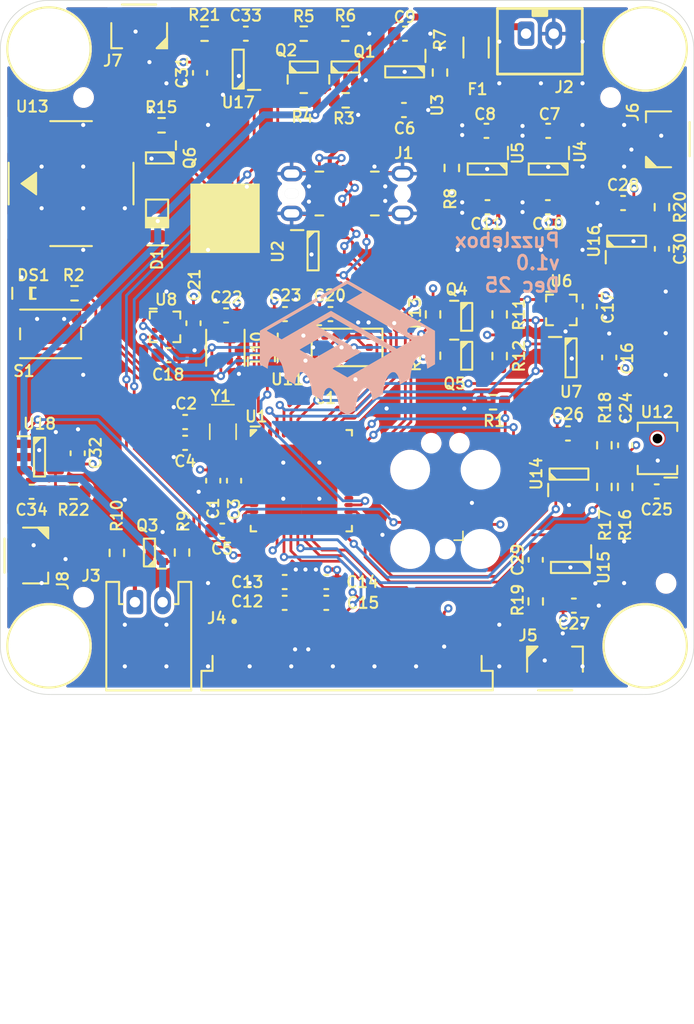
<source format=kicad_pcb>
(kicad_pcb (version 20241229) (generator "pcbnew") (generator_version "9.0")
  (title_block (title "${LAYER_NAME}") (date "2025-12-27") (rev "v1.0") (company "TL Embedded"))
  (layers (0 "F.Cu" signal) (4 "In1.Cu" signal) (6 "In2.Cu" signal) (2 "B.Cu" signal) (13 "F.Paste" user) (15 "B.Paste" user) (5 "F.SilkS" user "F.Silkscreen") (7 "B.SilkS" user "B.Silkscreen") (1 "F.Mask" user) (3 "B.Mask" user) (25 "Edge.Cuts" user))
  (property "LAYER_NAME" "")
  (net 0 "")
  (net 1 "GND")
  (net 2 "+3V0")
  (net 3 "/MCU/OSC32_IN")
  (net 4 "/MCU/OSC32_OUT")
  (net 5 "/MCU/NRST")
  (net 6 "+5V")
  (net 7 "+BATT")
  (net 8 "+3V0_SW")
  (net 9 "Net-(C12-Pad1)")
  (net 10 "Net-(C13-Pad1)")
  (net 11 "Net-(U8-C1)")
  (net 12 "Net-(U14-+)")
  (net 13 "Net-(U12-OUT)")
  (net 14 "Net-(U15-SNSK)")
  (net 15 "Net-(U15-SNS)")
  (net 16 "Net-(U16-SNSK)")
  (net 17 "Net-(U16-SNS)")
  (net 18 "Net-(U17-SNSK)")
  (net 19 "Net-(U17-SNS)")
  (net 20 "Net-(U18-SNS)")
  (net 21 "Net-(U18-SNSK)")
  (net 22 "Net-(Q6-D)")
  (net 23 "Net-(DS1-A)")
  (net 24 "Net-(F1-Pad2)")
  (net 26 "/MCU/USB.DM")
  (net 27 "/MCU/USB.DP")
  (net 28 "/MCU/USB.CC2")
  (net 29 "/MCU/USB.CC1")
  (net 31 "Net-(J3-Pad1)")
  (net 32 "/Display/DISPLAY.SCK")
  (net 34 "/Display/DISPLAY.A0")
  (net 35 "/Display/DISPLAY.CS")
  (net 36 "/Display/DISPLAY.RST")
  (net 37 "/Display/DISPLAY.MOSI")
  (net 39 "Net-(J5-Pad2)")
  (net 41 "Net-(J6-Pad2)")
  (net 43 "Net-(J7-Pad2)")
  (net 45 "Net-(J8-Pad2)")
  (net 48 "/MCU/DEBUG_RX")
  (net 49 "/MCU/SWDIO")
  (net 50 "/MCU/SWCLK")
  (net 51 "/MCU/DEBUG_TX")
  (net 53 "/MCU/DEBUG_DET")
  (net 54 "Net-(Q1-D)")
  (net 55 "/MCU/VBATT_SNS_EN")
  (net 56 "/Display/BACKLIGHT")
  (net 57 "Net-(Q3-D)")
  (net 58 "/MCU/I2C.SCL")
  (net 59 "/Sensors/I2C_SW.SCL")
  (net 60 "/MCU/I2C.SDA")
  (net 61 "/Sensors/I2C_SW.SDA")
  (net 62 "/Audio/BUZZER")
  (net 63 "/MCU/LED")
  (net 64 "/MCU/VBATT_SNS_AIN")
  (net 65 "Net-(U3-PROG)")
  (net 66 "/MCU/SW_PWR_EN")
  (net 67 "/Audio/MIC_REF")
  (net 68 "Net-(U14--)")
  (net 69 "/Audio/MIC")
  (net 70 "/MCU/BUTTON")
  (net 73 "/MCU/KEY1")
  (net 74 "/MCU/KEY2")
  (net 75 "/MCU/LIS2_INT")
  (net 78 "/MCU/VL53_EN")
  (net 79 "/MCU/KEY0")
  (net 82 "/MCU/KEY3")
  (net 110 "Net-(Q2-D)")
  (footprint "N_NonPart:ToolingHole_1mm" (layer "F.Cu") (at 94 57)
    (property "Reference" "N5" (hide yes))
    (property "Value" "ToolingHole" (hide yes))
  )
  (footprint "Y_Oscillator:Crystal_SMD2_3.2x1.5" (layer "F.Cu") (at 66.05 81.075 -90)
    (property "Reference" "Y1")
    (property "Value" "SC32S-7PF20PPM" (hide yes))
  )
  (footprint "C_Capacitor:C_0603" (layer "F.Cu") (at 65.35 84.6 -90)
    (property "Reference" "C1")
    (property "Value" "4u7" (hide yes))
  )
  (footprint "C_Capacitor:C_0603" (layer "F.Cu") (at 92.5 72.05 -90)
    (property "Reference" "C17")
    (property "Value" "100n" (hide yes))
  )
  (footprint "U_IC:SC70-3" (layer "F.Cu") (at 83.625 75.6)
    (property "Reference" "Q5")
    (property "Value" "DMG1012UW-7" (hide yes))
  )
  (footprint "J_Connector:F3311A7H121004E200" (layer "F.Cu") (at 90 98.3)
    (property "Reference" "J5")
    (property "Value" "F3311A7H121004E200" (hide yes))
  )
  (footprint "R_Resistor:R_0603" (layer "F.Cu") (at 63.1 89.775 90)
    (property "Reference" "R9")
    (property "Value" "100K" (hide yes))
  )
  (footprint "U_IC:SOT23_6" (layer "F.Cu") (at 67.15 54.95 180)
    (property "Reference" "U17")
    (property "Value" "AT42QT1010-TSHR" (hide yes))
  )
  (footprint "C_Capacitor:C_0603" (layer "F.Cu") (at 79.175 52.4)
    (property "Reference" "C9")
    (property "Value" "4u7" (hide yes))
  )
  (footprint "U_IC:SC70-3" (layer "F.Cu") (at 71.875 54.8 90)
    (property "Reference" "Q2")
    (property "Value" "DMG1013UW-7" (hide yes))
  )
  (footprint "C_Capacitor:C_0603" (layer "F.Cu") (at 64.4 55.225 -90)
    (property "Reference" "C31")
    (property "Value" "100n" (hide yes))
  )
  (footprint "U_IC:LGA12_05_2x2_ST" (layer "F.Cu") (at 61.875 73.5195)
    (property "Reference" "U8")
    (property "Value" "LIS2MDLTR" (hide yes))
  )
  (footprint "N_NonPart:ToolingHole_1mm" (layer "F.Cu") (at 56 93)
    (property "Reference" "N4" (hide yes))
    (property "Value" "ToolingHole" (hide yes))
  )
  (footprint "U_IC:SOT23_6" (layer "F.Cu") (at 72.55 68.05)
    (property "Reference" "U2")
    (property "Value" "USBLC6-4SC6" (hide yes))
  )
  (footprint "M_Mechanical:Mount_M3" (layer "F.Cu") (at 96.5 53.5)
    (property "Reference" "M2" (hide yes))
    (property "Value" "Mount_M3" (hide yes))
  )
  (footprint "R_Resistor:R_0603" (layer "F.Cu") (at 74.875 52.4 180)
    (property "Reference" "R6")
    (property "Value" "10K" (hide yes))
  )
  (footprint "U_IC:SOT23_5" (layer "F.Cu") (at 91.15 75.75)
    (property "Reference" "U7")
    (property "Value" "24FC512T-I/OT" (hide yes))
  )
  (footprint "U_IC:SC70-3" (layer "F.Cu") (at 83.625 72.8)
    (property "Reference" "Q4")
    (property "Value" "DMG1012UW-7" (hide yes))
  )
  (footprint "C_Capacitor:C_0603" (layer "F.Cu") (at 97.325 85.375 180)
    (property "Reference" "C25")
    (property "Value" "100n" (hide yes))
  )
  (footprint "C_Capacitor:C_0603" (layer "F.Cu") (at 52.25 85.4 180)
    (property "Reference" "C34")
    (property "Value" "22n" (hide yes))
  )
  (footprint "U_IC:SOT23_5" (layer "F.Cu") (at 91 84.125 90)
    (property "Reference" "U14")
    (property "Value" "TLV9041IDBVR" (hide yes))
  )
  (footprint "R_Resistor:R_0603" (layer "F.Cu") (at 55.275 85.4)
    (property "Reference" "R22")
    (property "Value" "0R" (hide yes))
  )
  (footprint "R_Resistor:R_0603" (layer "F.Cu") (at 88.6 93.3 -90)
    (property "Reference" "R19")
    (property "Value" "0R" (hide yes))
  )
  (footprint "D_Diode:D_SOD_123" (layer "F.Cu") (at 61.3 65.35 90)
    (property "Reference" "D1")
    (property "Value" "1N4007FL" (hide yes))
  )
  (footprint "C_Capacitor:C_0603" (layer "F.Cu") (at 85.125 64.9 180)
    (property "Reference" "C11")
    (property "Value" "4u7" (hide yes))
  )
  (footprint "F_Fuse:F_1206" (layer "F.Cu") (at 84.3 53.4 90)
    (property "Reference" "F1")
    (property "Value" "0685T1000-01" (hide yes))
  )
  (footprint "R_Resistor:R_0603" (layer "F.Cu") (at 71.875 52.4 180)
    (property "Reference" "R5")
    (property "Value" "10K" (hide yes))
  )
  (footprint "C_Capacitor:C_0603" (layer "F.Cu") (at 66.85 84.6 -90)
    (property "Reference" "C3")
    (property "Value" "100n" (hide yes))
  )
  (footprint "R_Resistor:R_0603" (layer "F.Cu") (at 55.35 71.1 180)
    (property "Reference" "R2")
    (property "Value" "470R" (hide yes))
  )
  (footprint "N_NonPart:QR_5mm_JLC" (layer "F.Cu") (at 66.2 65.7)
    (property "Reference" "N1" (hide yes))
    (property "Value" "QR 5mm" (hide yes))
  )
  (footprint "J_Connector:JST_B2B-PH-K" (layer "F.Cu") (at 88.9 52.4)
    (property "Reference" "J2")
    (property "Value" "B2B-PH-K-S" (hide yes))
  )
  (footprint "U_Module:ICS-40212" (layer "F.Cu") (at 97.38 82.275 180)
    (property "Reference" "U12")
    (property "Value" "ICS-40212" (hide yes))
  )
  (footprint "C_Capacitor:C_0603" (layer "F.Cu") (at 66.275 72.697 180)
    (property "Reference" "C22")
    (property "Value" "100n" (hide yes))
  )
  (footprint "R_Resistor:R_0603" (layer "F.Cu") (at 58.4 89.8 90)
    (property "Reference" "R10")
    (property "Value" "22R" (hide yes))
  )
  (footprint "J_Connector:JST-S2B-PH-K-S" (layer "F.Cu") (at 60.7 93.35)
    (property "Reference" "J3")
    (property "Value" "S2B-PH-K-S" (hide yes))
  )
  (footprint "lib:SFV31R-4STE1HLF" (layer "F.Cu") (at 75 97.6)
    (property "Reference" "J4")
    (property "Value" "SFV31R-4STE1HLF" (hide yes))
  )
  (footprint "R_Resistor:R_0603" (layer "F.Cu") (at 93.55 82.05 90)
    (property "Reference" "R18")
    (property "Value" "100K" (hide yes))
  )
  (footprint "U_IC:SOT23_6" (layer "F.Cu") (at 52.825 82.9)
    (property "Reference" "U18")
    (property "Value" "AT42QT1010-TSHR" (hide yes))
  )
  (footprint "C_Capacitor:C_0603" (layer "F.Cu") (at 79.1 57.9)
    (property "Reference" "C6")
    (property "Value" "4u7" (hide yes))
  )
  (footprint "R_Resistor:R_0603" (layer "F.Cu") (at 93.55 85.05 90)
    (property "Reference" "R17")
    (property "Value" "10K" (hide yes))
  )
  (footprint "U_IC:SC70-3" (layer "F.Cu") (at 61.5 61.35 -90)
    (property "Reference" "Q6")
    (property "Value" "DMG1012UW-7" (hide yes))
  )
  (footprint "C_Capacitor:C_0603" (layer "F.Cu") (at 70.525 72.6)
    (property "Reference" "C23")
    (property "Value" "100n" (hide yes))
  )
  (footprint "C_Capacitor:C_0603" (layer "F.Cu") (at 85.05 59.4 180)
    (property "Reference" "C8")
    (property "Value" "4u7" (hide yes))
  )
  (footprint "R_Resistor:R_0603" (layer "F.Cu") (at 81.2 75.6 -90)
    (property "Reference" "R14")
    (property "Value" "10K" (hide yes))
  )
  (footprint "R_Resistor:R_0603" (layer "F.Cu") (at 64.725 52.4 180)
    (property "Reference" "R21")
    (property "Value" "0R" (hide yes))
  )
  (footprint "C_Capacitor:C_0603" (layer "F.Cu") (at 66 88.2 180)
    (property "Reference" "C5")
    (property "Value" "100n" (hide yes))
  )
  (footprint "R_Resistor:R_0603" (layer "F.Cu") (at 82.55 62.075 90)
    (property "Reference" "R8")
    (property "Value" "100K" (hide yes))
  )
  (footprint "J_Connector:F3311A7H121004E200" (layer "F.Cu") (at 51.7 90 -90)
    (property "Reference" "J8")
    (property "Value" "F3311A7H121004E200" (hide yes))
  )
  (footprint "R_Resistor:R_0603" (layer "F.Cu") (at 81.7 55.2 90)
    (property "Reference" "R7")
    (property "Value" "2K" (hide yes))
  )
  (footprint "C_Capacitor:C_0603" (layer "F.Cu") (at 89.475 64.9 180)
    (property "Reference" "C10")
    (property "Value" "4u7" (hide yes))
  )
  (footprint "N_NonPart:Fiducial_2mm" (layer "F.Cu") (at 53.8 78.1)
    (property "Reference" "FID3" (hide yes))
    (property "Value" "Fiducial" (hide yes))
  )
  (footprint "U_IC:LGA12_05_2x2_ST" (layer "F.Cu") (at 90.45 72.3)
    (property "Reference" "U6")
    (property "Value" "LIS2DTW12TR" (hide yes))
  )
  (footprint "U_IC:SOT23_5" (layer "F.Cu") (at 89.5 62.15 -90)
    (property "Reference" "U4")
    (property "Value" "MCP1711T-30I/OT" (hide yes))
  )
  (footprint "C_Capacitor:C_0603" (layer "F.Cu") (at 93.9 75.725 90)
    (property "Reference" "C16")
    (property "Value" "100n" (hide yes))
  )
  (footprint "M_Mechanical:Mount_M3" (layer "F.Cu") (at 53.5 53.5)
    (property "Reference" "M1" (hide yes))
    (property "Value" "Mount_M3" (hide yes))
  )
  (footprint "C_Capacitor:C_0603" (layer "F.Cu") (at 88.6 90.3 90)
    (property "Reference" "C29")
    (property "Value" "22n" (hide yes))
  )
  (footprint "C_Capacitor:C_0603" (layer "F.Cu") (at 63.325 81.875 180)
    (property "Reference" "C4")
    (property "Value" "8p" (hide yes))
  )
  (footprint "U_Module:LGA8_025_2.5x1_Bosch" (layer "F.Cu") (at 66.225 75.027 -90)
    (property "Reference" "U10")
    (property "Value" "BME280" (hide yes))
  )
  (footprint "N_NonPart:TagConnect_TC2050" (layer "F.Cu") (at 82.134 85.66 90)
    (property "Reference" "N2" (hide yes))
    (property "Value" "TC2050_SWD_UART" (hide yes))
  )
  (footprint "C_Capacitor:C_0603" (layer "F.Cu") (at 73.5 91.9 180)
    (property "Reference" "C14")
    (property "Value" "4u7" (hide yes))
  )
  (footprint "J_Connector:F3311A7H121004E200" (layer "F.Cu") (at 60 51.7 180)
    (property "Reference" "J7")
    (property "Value" "F3311A7H121004E200" (hide yes))
  )
  (footprint "C_Capacitor:C_0603" (layer "F.Cu") (at 97.7 67.9 -90)
    (property "Reference" "C30")
    (property "Value" "22n" (hide yes))
  )
  (footprint "U_Module:ST_VL53Lxx" (layer "F.Cu") (at 75 75)
    (property "Reference" "U9")
    (property "Value" "VL53L4CXV0DH/1" (hide yes))
  )
  (footprint "N_NonPart:ToolingHole_1mm" (layer "F.Cu") (at 56 57)
    (property "Reference" "N3" (hide yes))
    (property "Value" "ToolingHole" (hide yes))
  )
  (footprint "S_Switch:Button_4.2x3.2" (layer "F.Cu") (at 53.625 74.025 180)
    (property "Reference" "S1")
    (property "Value" "TL3365AF180QG" (hide yes))
  )
  (footprint "R_Resistor:R_0603" (layer "F.Cu") (at 85.525 78.95 180)
    (property "Reference" "R1")
    (property "Value" "10K" (hide yes))
  )
  (footprint "R_Resistor:R_0603" (layer "F.Cu") (at 86 72.625 90)
    (property "Reference" "R11")
    (property "Value" "10K" (hide yes))
  )
  (footprint "C_Capacitor:C_0603" (layer "F.Cu") (at 70.5 93.4)
    (property "Reference" "C12")
    (property "Value" "1u,25v" (hide yes))
  )
  (footprint "N_NonPart:Fiducial_2mm" (layer "F.Cu") (at 97.85 89.8)
    (property "Reference" "FID1" (hide yes))
    (property "Value" "Fiducial" (hide yes))
  )
  (footprint "C_Capacitor:C_0603" (layer "F.Cu") (at 62.125 75.557)
    (property "Reference" "C18")
    (property "Value" "220n" (hide yes))
  )
  (footprint "C_Capacitor:C_0603" (layer "F.Cu") (at 94.9 64.6 180)
    (property "Reference" "C28")
    (property "Value" "100n" (hide yes))
  )
  (footprint "N_NonPart:ToolingHole_1mm" (layer "F.Cu") (at 98 92)
    (property "Reference" "N6" (hide yes))
    (property "Value" "ToolingHole" (hide yes))
  )
  (footprint "U_IC:SOT23_6" (layer "F.Cu") (at 91.1 90.85 -90)
    (property "Reference" "U15")
    (property "Value" "AT42QT1010-TSHR" (hide yes))
  )
  (footprint "C_Capacitor:C_0603" (layer "F.Cu") (at 95.05 82.05 90)
    (property "Reference" "C24")
    (property "Value" "100n" (hide yes))
  )
  (footprint "C_Capacitor:C_0603" (layer "F.Cu") (at 63.325 80.375 180)
    (property "Reference" "C2")
    (property "Value" "8p" (hide yes))
  )
  (footprint "R_Resistor:R_0603" (layer "F.Cu") (at 95.05 85.05 -90)
    (property "Reference" "R16")
    (property "Value" "100K" (hide yes))
  )
  (footprint "U_IC:QFN48_05_7x7_EP" (layer "F.Cu") (at 71.7 84.6)
    (property "Reference" "U1")
    (property "Value" "STM32G0B1CBU6" (hide yes))
  )
  (footprint "U_IC:SC70-3" (layer "F.Cu") (at 60.75 89.775 180)
    (property "Reference" "Q3")
    (property "Value" "DMG1012UW-7" (hide yes))
  )
  (footprint "J_Connector:F3311A7H121004E200" (layer "F.Cu") (at 98.3 60 90)
    (property "Reference" "J6")
    (property "Value" "F3311A7H121004E200" (hide yes))
  )
  (footprint "C_Capacitor:C_0603" (layer "F.Cu") (at 55.575 82.625 90)
    (property "Reference" "C32")
    (property "Value" "100n" (hide yes))
  )
  (footprint "U_IC:Vishay_80216OPLGA4L" (layer "F.Cu") (at 70.7 75 90)
    (property "Reference" "U11")
    (property "Value" "VEML3328" (hide yes))
  )
  (footprint "N_NonPart:Fiducial_2mm" (layer "F.Cu") (at 93.45 60.35)
    (property "Reference" "FID2" (hide yes))
    (property "Value" "Fiducial" (hide yes))
  )
  (footprint "J_Connector:USB_C_USB4145-03-0170-C" (layer "F.Cu") (at 75 63.915 180)
    (property "Reference" "J1")
    (property "Value" "USB4145-03-0170-C" (hide yes))
    (fp_line (start 4.15 0.355) (end 3.85 0.355) (stroke (width 0.01)) (layer "Edge.Cuts"))
    (fp_line (start 3.85 -0.355) (end 4.15 -0.355) (stroke (width 0.01)) (layer "Edge.Cuts"))
    (fp_arc (start 4.505 0) (mid 4.401023 0.251023) (end 4.15 0.355) (stroke (width 0.01)) (layer "Edge.Cuts"))
    (fp_arc (start 4.15 -0.355) (mid 4.401023 -0.251023) (end 4.505 0) (stroke (width 0.01)) (layer "Edge.Cuts"))
    (fp_arc (start 3.85 0.355) (mid 3.598977 0.251023) (end 3.495 0) (stroke (width 0.01)) (layer "Edge.Cuts"))
    (fp_arc (start 3.495 0) (mid 3.598977 -0.251023) (end 3.85 -0.355) (stroke (width 0.01)) (layer "Edge.Cuts"))
  )
  (footprint "C_Capacitor:C_0603" (layer "F.Cu") (at 63.925 73.257 -90)
    (property "Reference" "C21")
    (property "Value" "100n" (hide yes))
  )
  (footprint "C_Capacitor:C_0603" (layer "F.Cu") (at 91.35 93.6)
    (property "Reference" "C27")
    (property "Value" "100n" (hide yes))
  )
  (footprint "U_IC:SOT23_6" (layer "F.Cu") (at 95.15 67.35 90)
    (property "Reference" "U16")
    (property "Value" "AT42QT1010-TSHR" (hide yes))
  )
  (footprint "R_Resistor:R_0603" (layer "F.Cu") (at 74.9 57.2 180)
    (property "Reference" "R3")
    (property "Value" "100K" (hide yes))
  )
  (footprint "U_Transducer:SMT_0827_S_HT_R" (layer "F.Cu") (at 55.1 63.2 180)
    (property "Reference" "U13")
    (property "Value" "SMT-0827-S-HT-R" (hide yes))
  )
  (footprint "C_Capacitor:C_0603" (layer "F.Cu") (at 70.5 91.9)
    (property "Reference" "C13")
    (property "Value" "1u,25v" (hide yes))
  )
  (footprint "U_IC:SC70-3" (layer "F.Cu") (at 74.875 54.8 90)
    (property "Reference" "Q1")
    (property "Value" "DMG1012UW-7" (hide yes))
  )
  (footprint "R_Resistor:R_0603" (layer "F.Cu") (at 61.625 59 180)
    (property "Reference" "R15")
    (property "Value" "100K" (hide yes))
  )
  (footprint "U_IC:SOT23_5" (layer "F.Cu") (at 79.15 55.15 -90)
    (property "Reference" "U3")
    (property "Value" "MCP73832T-2ACI/OT" (hide yes))
  )
  (footprint "DS_LED:DS_0603" (layer "F.Cu") (at 52.345 71.1)
    (property "Reference" "DS1")
    (property "Value" "150060YS55040" (hide yes))
  )
  (footprint "C_Capacitor:C_0603" (layer "F.Cu") (at 73.8 72.6)
    (property "Reference" "C20")
    (property "Value" "4u7" (hide yes))
  )
  (footprint "M_Mechanical:Mount_M3" (layer "F.Cu") (at 96.5 96.5)
    (property "Reference" "M4" (hide yes))
    (property "Value" "Mount_M3" (hide yes))
  )
  (footprint "C_Capacitor:C_0603" (layer "F.Cu") (at 89.5 59.4 180)
    (property "Reference" "C7")
    (property "Value" "4u7" (hide yes))
  )
  (footprint "R_Resistor:R_0603" (layer "F.Cu") (at 86 75.625 -90)
    (property "Reference" "R12")
    (property "Value" "10K" (hide yes))
  )
  (footprint "R_Resistor:R_0603" (layer "F.Cu") (at 71.875 57.2)
    (property "Reference" "R4")
    (property "Value" "100K" (hide yes))
  )
  (footprint "C_Capacitor:C_0603" (layer "F.Cu") (at 73.75 77.3)
    (property "Reference" "C19")
    (property "Value" "100n" (hide yes))
  )
  (footprint "C_Capacitor:C_0603" (layer "F.Cu") (at 90.925 81.2)
    (property "Reference" "C26")
    (property "Value" "100n" (hide yes))
  )
  (footprint "R_Resistor:R_0603" (layer "F.Cu") (at 97.7 64.9 90)
    (property "Reference" "R20")
    (property "Value" "0R" (hide yes))
  )
  (footprint "C_Capacitor:C_0603" (layer "F.Cu") (at 67.7 52.4)
    (property "Reference" "C33")
    (property "Value" "22n" (hide yes))
  )
  (footprint "C_Capacitor:C_0603" (layer "F.Cu") (at 73.5 93.4 180)
    (property "Reference" "C15")
    (property "Value" "100n" (hide yes))
  )
  (footprint "U_IC:SOT23_5" (layer "F.Cu") (at 85.1 62.15 -90)
    (property "Reference" "U5")
    (property "Value" "MCP1711T-30I/OT" (hide yes))
  )
  (footprint "R_Resistor:R_0603" (layer "F.Cu") (at 81.2 72.625 -90)
    (property "Reference" "R13")
    (property "Value" "10K" (hide yes))
  )
  (footprint "M_Mechanical:Mount_M3" (layer "F.Cu") (at 53.5 96.5)
    (property "Reference" "M3" (hide yes))
    (property "Value" "Mount_M3" (hide yes))
  )
  (footprint "N_NonPart:TL_Embedded_10mm" (layer "B.Cu") (at 75 75 180)
    (property "Reference" "~" (hide yes))
    (property "Value" "TL_Embedded" (hide yes))
  )
  (gr_line (start 53.5 50) (end 96.5 50) (stroke (width 0.05)) (layer "Edge.Cuts"))
  (gr_line (start 96.5 100) (end 53.5 100) (stroke (width 0.05)) (layer "Edge.Cuts"))
  (gr_line (start 50 96.5) (end 50 53.5) (stroke (width 0.05)) (layer "Edge.Cuts"))
  (gr_line (start 100 53.5) (end 100 96.5) (stroke (width 0.05)) (layer "Edge.Cuts"))
  (gr_arc (start 53.5 100) (mid 51.025126 98.974874) (end 50 96.5) (stroke (width 0.05)) (layer "Edge.Cuts"))
  (gr_arc (start 96.5 50) (mid 98.974874 51.025126) (end 100 53.5) (stroke (width 0.05)) (layer "Edge.Cuts"))
  (gr_arc (start 100 96.5) (mid 98.974874 98.974874) (end 96.5 100) (stroke (width 0.05)) (layer "Edge.Cuts"))
  (gr_arc (start 50 53.5) (mid 51.025126 51.025126) (end 53.5 50) (stroke (width 0.05)) (layer "Edge.Cuts"))
  (gr_text "Puzzlebox\nv1.0\nDec 25" (at 90.45 71.1 0) (layer "B.SilkS") (effects (font (size 1 1) (thickness 0.2) (bold yes)) (justify left bottom mirror)))
  (segment (start 97.067 82.817) (end 97.4 83.15) (width 0.2) (layer "F.Cu") (net 1))
  (segment (start 71 95.2) (end 71 93.775) (width 0.3) (layer "F.Cu") (net 1))
  (segment (start 66.55 74.057) (end 66.55 73.812) (width 0.2) (layer "F.Cu") (net 1))
  (segment (start 72.180761 68.05) (end 72.43577 68.305009) (width 0.3) (layer "F.Cu") (net 1))
  (segment (start 92.275 73.05) (end 92.5 72.825) (width 0.2) (layer "F.Cu") (net 1))
  (segment (start 96.5425 82.817) (end 97.067 82.817) (width 0.2) (layer "F.Cu") (net 1))
  (segment (start 74.2 74.449999) (end 74.2 74.2) (width 0.2) (layer "F.Cu") (net 1))
  (segment (start 72.55 75) (end 73.649999 75) (width 0.2) (layer "F.Cu") (net 1))
  (segment (start 71.275 91.9) (end 71.275 93.4) (width 0.3) (layer "F.Cu") (net 1))
  (segment (start 76.350001 75) (end 75.8 74.449999) (width 0.2) (layer "F.Cu") (net 1))
  (segment (start 71.5 93.625) (end 71.275 93.4) (width 0.3) (layer "F.Cu") (net 1))
  (segment (start 82.5 95.2) (end 82.5 96.05) (width 0.2) (layer "F.Cu") (net 1))
  (segment (start 85.1 61) (end 85.1 60.225) (width 0.2) (layer "F.Cu") (net 1))
  (segment (start 66.249 73.511) (end 65.5 73.511) (width 0.2) (layer "F.Cu") (net 1))
  (segment (start 90.75 73.85) (end 90.75 73.1125) (width 0.2) (layer "F.Cu") (net 1))
  (segment (start 65.25 73.761) (end 65.5 73.511) (width 0.2) (layer "F.Cu") (net 1))
  (segment (start 63.6625 73.7695) (end 63.925 74.032) (width 0.2) (layer "F.Cu") (net 1))
  (segment (start 85.1 60.225) (end 84.275 59.4) (width 0.2) (layer "F.Cu") (net 1))
  (segment (start 62.6375 73.7695) (end 63.6625 73.7695) (width 0.2) (layer "F.Cu") (net 1))
  (segment (start 75.8 74.449999) (end 75.8 74.2) (width 0.2) (layer "F.Cu") (net 1))
  (segment (start 79.95 52.4) (end 81 52.4) (width 0.2) (layer "F.Cu") (net 1))
  (segment (start 72 95.2) (end 72 93.4) (width 0.3) (layer "F.Cu") (net 1))
  (segment (start 71.5 95.2) (end 71.5 93.725) (width 0.3) (layer "F.Cu") (net 1))
  (segment (start 74.2 74.2) (end 75.8 74.2) (width 0.2) (layer "F.Cu") (net 1))
  (segment (start 91 86.35) (end 91 85.275) (width 0.2) (layer "F.Cu") (net 1))
  (segment (start 65.5 72.697) (end 65.5 71.607) (width 0.2) (layer "F.Cu") (net 1))
  (segment (start 92.225 72.55) (end 92.5 72.825) (width 0.2) (layer "F.Cu") (net 1))
  (segment (start 89.5 61) (end 89.5 60.175) (width 0.2) (layer "F.Cu") (net 1))
  (segment (start 82.5 96.05) (end 82 96.55) (width 0.2) (layer "F.Cu") (net 1))
  (segment (start 72.5 95.2) (end 72.5 93.725) (width 0.3) (layer "F.Cu") (net 1))
  (segment (start 77.75 62.43) (end 77.75 65.4) (width 0.3) (layer "F.Cu") (net 1))
  (segment (start 66.85 85.375) (end 64.325 85.375) (width 0.2) (layer "F.Cu") (net 1))
  (segment (start 71.275 91.9) (end 72.725 91.9) (width 0.3) (layer "F.Cu") (net 1))
  (segment (start 66.55 73.812) (end 66.249 73.511) (width 0.2) (layer "F.Cu") (net 1))
  (segment (start 91.2125 73.05) (end 91.2125 72.55) (width 0.2) (layer "F.Cu") (net 1))
  (segment (start 81.5 95.2) (end 81.5 96.05) (width 0.2) (layer "F.Cu") (net 1))
  (segment (start 62.125 74.782) (end 62.9 75.557) (width 0.2) (layer "F.Cu") (net 1))
  (segment (start 76.6 75) (end 76.350001 75) (width 0.2) (layer "F.Cu") (net 1))
  (segment (start 83.209 86.2) (end 82.719 85.71) (width 0.2) (layer "F.Cu") (net 1))
  (segment (start 68.275 84.85) (end 67.375 84.85) (width 0.2) (layer "F.Cu") (net 1))
  (segment (start 72.725 91.9) (end 72.725 93.4) (width 0.3) (layer "F.Cu") (net 1))
  (segment (start 91.2125 72.55) (end 92.225 72.55) (width 0.2) (layer "F.Cu") (net 1))
  (segment (start 64.325 85.375) (end 64.3 85.4) (width 0.2) (layer "F.Cu") (net 1))
  (segment (start 91.2125 73.05) (end 92.275 73.05) (width 0.2) (layer "F.Cu") (net 1))
  (segment (start 72.25 65.4) (end 72.25 62.43) (width 0.3) (layer "F.Cu") (net 1))
  (segment (start 65.225 88.2) (end 65.225 87.225) (width 0.2) (layer "F.Cu") (net 1))
  (segment (start 89.5 60.175) (end 88.725 59.4) (width 0.2) (layer "F.Cu") (net 1))
  (segment (start 65.225 87.225) (end 65.3 87.15) (width 0.2) (layer "F.Cu") (net 1))
  (segment (start 68.275 84.85) (end 69.35 84.85) (width 0.2) (layer "F.Cu") (net 1))
  (segment (start 79.15 54) (end 79.15 53.2) (width 0.2) (layer "F.Cu") (net 1))
  (segment (start 97.733 82.817) (end 97.4 83.15) (width 0.2) (layer "F.Cu") (net 1))
  (segment (start 90.75 73.1125) (end 90.7 73.0625) (width 0.2) (layer "F.Cu") (net 1))
  (segment (start 71.275 93.4) (end 72 93.4) (width 0.3) (layer "F.Cu") (net 1))
  (segment (start 72 93.4) (end 72.725 93.4) (width 0.3) (layer "F.Cu") (net 1))
  (segment (start 81.5 96.05) (end 82 96.55) (width 0.2) (layer "F.Cu") (net 1))
  (segment (start 65.5 73.511) (end 65.5 72.697) (width 0.2) (layer "F.Cu") (net 1))
  (segment (start 65.25 74.057) (end 65.25 73.761) (width 0.2) (layer "F.Cu") (net 1))
  (segment (start 62.125 74.282) (end 62.125 74.782) (width 0.2) (layer "F.Cu") (net 1))
  (segment (start 79.15 53.2) (end 79.95 52.4) (width 0.2) (layer "F.Cu") (net 1))
  (segment (start 73.649999 75) (end 74.2 74.449999) (width 0.2) (layer "F.Cu") (net 1))
  (segment (start 71 93.675) (end 71.275 93.4) (width 0.3) (layer "F.Cu") (net 1))
  (segment (start 71.4 68.05) (end 72.180761 68.05) (width 0.3) (layer "F.Cu") (net 1))
  (segment (start 84 86.2) (end 83.209 86.2) (width 0.2) (layer "F.Cu") (net 1))
  (segment (start 91.1 90.85) (end 91.1 89.7) (width 0.2) (layer "F.Cu") (net 1))
  (segment (start 98.2175 82.817) (end 97.733 82.817) (width 0.2) (layer "F.Cu") (net 1))
  (segment (start 67.375 84.85) (end 66.85 85.375) (width 0.2) (layer "F.Cu") (net 1))
  (segment (start 90.7 73.0625) (end 91.2 73.0625) (width 0.2) (layer "F.Cu") (net 1))
  (segment (start 91.2 73.0625) (end 91.2125 73.05) (width 0.2) (layer "F.Cu") (net 1))
  (via (at 60.8 58) (size 0.6) (drill 0.3) (layers "F.Cu" "B.Cu") (net 1))
  (via (at 91.975 55.975) (size 0.6) (drill 0.3) (layers "F.Cu" "B.Cu") (net 1))
  (via (at 70.4 85.9) (size 0.6) (drill 0.3) (layers "F.Cu" "B.Cu") (net 1))
  (via (at 77.75 64.45) (size 0.6) (drill 0.3) (layers "F.Cu" "B.Cu") (net 1))
  (via (at 90.55 95.6) (size 0.6) (drill 0.3) (layers "F.Cu" "B.Cu") (net 1))
  (via (at 93.6 72.85) (size 0.6) (drill 0.3) (layers "F.Cu" "B.Cu") (net 1))
  (via (at 65.5 71.607) (size 0.6) (drill 0.3) (layers "F.Cu" "B.Cu") (net 1))
  (via (at 77.55 88.5) (size 0.6) (drill 0.3) (layers "F.Cu" "B.Cu") (net 1))
  (via (at 91.2 75.8) (size 0.6) (drill 0.3) (layers "F.Cu" "B.Cu") (net 1))
  (via (at 97.975 79.975) (size 0.6) (drill 0.3) (layers "F.Cu" "B.Cu") (net 1))
  (via (at 72 91) (size 0.6) (drill 0.3) (layers "F.Cu" "B.Cu") (net 1))
  (via (at 91.975 94.975) (size 0.6) (drill 0.3) (layers "F.Cu" "B.Cu") (net 1))
  (via (at 60.9 61.4) (size 0.6) (drill 0.3) (layers "F.Cu" "B.Cu") (net 1))
  (via (at 64.975 97.975) (size 0.6) (drill 0.3) (layers "F.Cu" "B.Cu") (net 1))
  (via (at 64 75.207) (size 0.6) (drill 0.3) (layers "F.Cu" "B.Cu") (net 1))
  (via (at 93.25 66.2) (size 0.6) (drill 0.3) (layers "F.Cu" "B.Cu") (net 1))
  (via (at 72.43577 68.305009) (size 0.6) (drill 0.3) (layers "F.Cu" "B.Cu") (net 1))
  (via (at 54.7 90.25) (size 0.6) (drill 0.3) (layers "F.Cu" "B.Cu") (net 1))
  (via (at 88.975 67.975) (size 0.6) (drill 0.3) (layers "F.Cu" "B.Cu") (net 1))
  (via (at 66.85 86.3) (size 0.6) (drill 0.3) (layers "F.Cu" "B.Cu") (net 1))
  (via (at 93.15 93.6) (size 0.6) (drill 0.3) (layers "F.Cu" "B.Cu") (net 1))
  (via (at 52.975 91.975) (size 0.6) (drill 0.3) (layers "F.Cu" "B.Cu") (net 1))
  (via (at 97.4 83.15) (size 0.6) (drill 0.3) (layers "F.Cu" "B.Cu") (net 1))
  (via (at 51.525 69.95) (size 0.6) (drill 0.3) (layers "F.Cu" "B.Cu") (net 1))
  (via (at 91.975 97.975) (size 0.6) (drill 0.3) (layers "F.Cu" "B.Cu") (net 1))
  (via (at 75.6 77.3) (size 0.6) (drill 0.3) (layers "F.Cu" "B.Cu") (net 1))
  (via (at 83.3 64.55) (size 0.6) (drill 0.3) (layers "F.Cu" "B.Cu") (net 1))
  (via (at 90.75 73.85) (size 0.6) (drill 0.3) (layers "F.Cu" "B.Cu") (net 1))
  (via (at 77.85 79.4) (size 0.6) (drill 0.3) (layers "F.Cu" "B.Cu") (net 1))
  (via (at 66.05 56.8) (size 0.6) (drill 0.3) (layers "F.Cu" "B.Cu") (net 1))
  (via (at 55.6 80.9) (size 0.6) (drill 0.3) (layers "F.Cu" "B.Cu") (net 1))
  (via (at 79.15 55.15) (size 0.6) (drill 0.3) (layers "F.Cu" "B.Cu") (net 1))
  (via (at 65.35 86.4) (size 0.6) (drill 0.3) (layers "F.Cu" "B.Cu") (net 1))
  (via (at 93.05 64.6) (size 0.6) (drill 0.3) (layers "F.Cu" "B.Cu") (net 1))
  (via (at 52.975 64.975) (size 0.6) (drill 0.3) (layers "F.Cu" "B.Cu") (net 1))
  (via (at 91 86.35) (size 0.6) (drill 0.3) (layers "F.Cu" "B.Cu") (net 1))
  (via (at 75.8 73.2) (size 0.6) (drill 0.3) (layers "F.Cu" "B.Cu") (net 1))
  (via (at 85.1 62.15) (size 0.6) (drill 0.3) (layers "F.Cu" "B.Cu") (net 1))
  (via (at 55.975 67.975) (size 0.6) (drill 0.3) (layers "F.Cu" "B.Cu") (net 1))
  (via (at 73 83.3) (size 0.6) (drill 0.3) (layers "F.Cu" "B.Cu") (net 1))
  (via (at 73 85.9) (size 0.6) (drill 0.3) (layers "F.Cu" "B.Cu") (net 1))
  (via (at 61.7 88.3) (size 0.6) (drill 0.3) (layers "F.Cu" "B.Cu") (net 1))
  (via (at 64.975 91.975) (size 0.6) (drill 0.3) (layers "F.Cu" "B.Cu") (net 1))
  (via (at 94.975 91.975) (size 0.6) (drill 0.3) (layers "F.Cu" "B.Cu") (net 1))
  (via (at 91.975 52.975) (size 0.6) (drill 0.3) (layers "F.Cu" "B.Cu") (net 1))
  (via (at 63.3 56) (size 0.6) (drill 0.3) (layers "F.Cu" "B.Cu") (net 1))
  (via (at 72.25 64.5) (size 0.6) (drill 0.3) (layers "F.Cu" "B.Cu") (net 1))
  (via (at 76.975 61.975) (size 0.6) (drill 0.3) (layers "F.Cu" "B.Cu") (net 1))
  (via (at 52.975 61.975) (size 0.6) (drill 0.3) (layers "F.Cu" "B.Cu") (net 1))
  (via (at 97.975 73.975) (size 0.6) (drill 0.3) (layers "F.Cu" "B.Cu") (net 1))
  (via (at 85.975 94.975) (size 0.6) (drill 0.3) (layers "F.Cu" "B.Cu") (net 1))
  (via (at 93.9 74) (size 0.6) (drill 0.3) (layers "F.Cu" "B.Cu") (net 1))
  (via (at 85.975 97.975) (size 0.6) (drill 0.3) (layers "F.Cu" "B.Cu") (net 1))
  (via (at 82 96.55) (size 0.6) (drill 0.3) (layers "F.Cu" "B.Cu") (net 1))
  (via (at 52.4 89.25) (size 0.6) (drill 0.3) (layers "F.Cu" "B.Cu") (net 1))
  (via (at 67.2 76.907) (size 0.6) (drill 0.3) (layers "F.Cu" "B.Cu") (net 1))
  (via (at 65.3 87.15) (size 0.6) (drill 0.3) (layers "F.Cu" "B.Cu") (net 1))
  (via (at 85.975 67.975) (size 0.6) (drill 0.3) (layers "F.Cu" "B.Cu") (net 1))
  (via (at 82.975 70.975) (size 0.6) (drill 0.3) (layers "F.Cu" "B.Cu") (net 1))
  (via (at 82.55 63.85) (size 0.6) (drill 0.3) (layers "F.Cu" "B.Cu") (net 1))
  (via (at 61.975 70.975) (size 0.6) (drill 0.3) (layers "F.Cu" "B.Cu") (net 1))
  (via (at 63.1 88) (size 0.6) (drill 0.3) (layers "F.Cu" "B.Cu") (net 1))
  (via (at 67.975 91.975) (size 0.6) (drill 0.3) (layers "F.Cu" "B.Cu") (net 1))
  (via (at 62.5 79.3) (size 0.6) (drill 0.3) (layers "F.Cu" "B.Cu") (net 1))
  (via (at 94.975 58.975) (size 0.6) (drill 0.3) (layers "F.Cu" "B.Cu") (net 1))
  (via (at 76.6 52.4) (size 0.6) (drill 0.3) (layers "F.Cu" "B.Cu") (net 1))
  (via (at 59.75 52.25) (size 0.6) (drill 0.3) (layers "F.Cu" "B.Cu") (net 1))
  (via (at 55.975 64.975) (size 0.6) (drill 0.3) (layers "F.Cu" "B.Cu") (net 1))
  (via (at 76.35 55.75) (size 0.6) (drill 0.3) (layers "F.Cu" "B.Cu") (net 1))
  (via (at 72.75 91) (size 0.6) (drill 0.3) (layers "F.Cu" "B.Cu") (net 1))
  (via (at 70.4 83.3) (size 0.6) (drill 0.3) (layers "F.Cu" "B.Cu") (net 1))
  (via (at 91.75 80.25) (size 0.6) (drill 0.3) (layers "F.Cu" "B.Cu") (net 1))
  (via (at 58.975 85.975) (size 0.6) (drill 0.3) (layers "F.Cu" "B.Cu") (net 1))
  (via (at 54 81.1) (size 0.6) (drill 0.3) (layers "F.Cu" "B.Cu") (net 1))
  (via (at 73.975 97.975) (size 0.6) (drill 0.3) (layers "F.Cu" "B.Cu") (net 1))
  (via (at 83.3 59) (size 0.6) (drill 0.3) (layers "F.Cu" "B.Cu") (net 1))
  (via (at 91.975 67.975) (size 0.6) (drill 0.3) (layers "F.Cu" "B.Cu") (net 1))
  (via (at 70.35 76.95) (size 0.6) (drill 0.3) (layers "F.Cu" "B.Cu") (net 1))
  (via (at 85.975 55.975) (size 0.6) (drill 0.3) (layers "F.Cu" "B.Cu") (net 1))
  (via (at 87.65 59.05) (size 0.6) (drill 0.3) (layers "F.Cu" "B.Cu") (net 1))
  (via (at 88.975 55.975) (size 0.6) (drill 0.3) (layers "F.Cu" "B.Cu") (net 1))
  (via (at 91.1 90.85) (size 0.6) (drill 0.3) (layers "F.Cu" "B.Cu") (net 1))
  (via (at 97.975 76.975) (size 0.6) (drill 0.3) (layers "F.Cu" "B.Cu") (net 1))
  (via (at 61.975 97.975) (size 0.6) (drill 0.3) (layers "F.Cu" "B.Cu") (net 1))
  (via (at 58.975 97.975) (size 0.6) (drill 0.3) (layers "F.Cu" "B.Cu") (net 1))
  (via (at 94.975 61.975) (size 0.6) (drill 0.3) (layers "F.Cu" "B.Cu") (net 1))
  (via (at 81 52.4) (size 0.6) (drill 0.3) (layers "F.Cu" "B.Cu") (net 1))
  (via (at 55.975 61.975) (size 0.6) (drill 0.3) (layers "F.Cu" "B.Cu") (net 1))
  (via (at 76.55 73.2) (size 0.6) (drill 0.3) (layers "F.Cu" "B.Cu") (net 1))
  (via (at 74.55 71.6) (size 0.6) (drill 0.3) (layers "F.Cu" "B.Cu") (net 1))
  (via (at 70.975 97.975) (size 0.6) (drill 0.3) (layers "F.Cu" "B.Cu") (net 1))
  (via (at 62.5 82.9) (size 0.6) (drill 0.3) (layers "F.Cu" "B.Cu") (net 1))
  (via (at 71.3 71.55) (size 0.6) (drill 0.3) (layers "F.Cu" "B.Cu") (net 1))
  (via (at 89.5 62) (size 0.6) (drill 0.3) (layers "F.Cu" "B.Cu") (net 1))
  (via (at 71.3 91) (size 0.6) (drill 0.3) (layers "F.Cu" "B.Cu") (net 1))
  (via (at 64.975 67.975) (size 0.6) (drill 0.3) (layers "F.Cu" "B.Cu") (net 1))
  (via (at 84 86.2) (size 0.6) (drill 0.3) (layers "F.Cu" "B.Cu") (net 1))
  (via (at 77.75 63.4) (size 0.6) (drill 0.3) (layers "F.Cu" "B.Cu") (net 1))
  (via (at 64.3 85.4) (size 0.6) (drill 0.3) (layers "F.Cu" "B.Cu") (net 1))
  (via (at 81.7 53.5) (size 0.6) (drill 0.3) (layers "F.Cu" "B.Cu") (net 1))
  (via (at 87.65 65.25) (size 0.6) (drill 0.3) (layers "F.Cu" "B.Cu") (net 1))
  (via (at 76.975 97.975) (size 0.6) (drill 0.3) (layers "F.Cu" "B.Cu") (net 1))
  (via (at 91.975 58.975) (size 0.6) (drill 0.3) (layers "F.Cu" "B.Cu") (net 1))
  (via (at 87.65 59.75) (size 0.6) (drill 0.3) (layers "F.Cu" "B.Cu") (net 1))
  (via (at 55.975 58.975) (size 0.6) (drill 0.3) (layers "F.Cu" "B.Cu") (net 1))
  (via (at 92.9 92) (size 0.6) (drill 0.3) (layers "F.Cu" "B.Cu") (net 1))
  (via (at 58.975 64.975) (size 0.6) (drill 0.3) (layers "F.Cu" "B.Cu") (net 1))
  (via (at 52.8 82.4) (size 0.6) (drill 0.3) (layers "F.Cu" "B.Cu") (net 1))
  (via (at 72.25 63.4) (size 0.6) (drill 0.3) (layers "F.Cu" "B.Cu") (net 1))
  (via (at 64.975 58.975) (size 0.6) (drill 0.3) (layers "F.Cu" "B.Cu") (net 1))
  (via (at 87.65 64.55) (size 0.6) (drill 0.3) (layers "F.Cu" "B.Cu") (net 1))
  (via (at 91.975 61.975) (size 0.6) (drill 0.3) (layers "F.Cu" "B.Cu") (net 1))
  (via (at 83.3 65.3) (size 0.6) (drill 0.3) (layers "F.Cu" "B.Cu") (net 1))
  (via (at 54.6 72.95) (size 0.6) (drill 0.3) (layers "F.Cu" "B.Cu") (net 1))
  (via (at 95.65 67.35) (size 0.6) (drill 0.3) (layers "F.Cu" "B.Cu") (net 1))
  (via (at 71.25 96.75) (size 0.6) (drill 0.3) (layers "F.Cu" "B.Cu") (net 1))
  (via (at 89.25 97.55) (size 0.6) (drill 0.3) (layers "F.Cu" "B.Cu") (net 1))
  (via (at 60.75 54.45) (size 0.6) (drill 0.3) (layers "F.Cu" "B.Cu") (net 1))
  (via (at 72.55 75) (size 0.6) (drill 0.3) (layers "F.Cu" "B.Cu") (net 1))
  (via (at 55.975 76.975) (size 0.6) (drill 0.3) (layers "F.Cu" "B.Cu") (net 1))
  (via (at 58.975 94.975) (size 0.6) (drill 0.3) (layers "F.Cu" "B.Cu") (net 1))
  (via (at 97.65 59.75) (size 0.6) (drill 0.3) (layers "F.Cu" "B.Cu") (net 1))
  (via (at 61.975 55.975) (size 0.6) (drill 0.3) (layers "F.Cu" "B.Cu") (net 1))
  (via (at 61.975 94.975) (size 0.6) (drill 0.3) (layers "F.Cu" "B.Cu") (net 1))
  (via (at 75.8 58.25) (size 0.6) (drill 0.3) (layers "F.Cu" "B.Cu") (net 1))
  (via (at 94.975 88.975) (size 0.6) (drill 0.3) (layers "F.Cu" "B.Cu") (net 1))
  (via (at 52.65 72.95) (size 0.6) (drill 0.3) (layers "F.Cu" "B.Cu") (net 1))
  (via (at 95.5 60.75) (size 0.6) (drill 0.3) (layers "F.Cu" "B.Cu") (net 1))
  (via (at 79.975 97.975) (size 0.6) (drill 0.3) (layers "F.Cu" "B.Cu") (net 1))
  (via (at 85.975 52.975) (size 0.6) (drill 0.3) (layers "F.Cu" "B.Cu") (net 1))
  (via (at 97.975 70.975) (size 0.6) (drill 0.3) (layers "F.Cu" "B.Cu") (net 1))
  (via (at 67.975 97.975) (size 0.6) (drill 0.3) (layers "F.Cu" "B.Cu") (net 1))
  (via (at 72.2 96.75) (size 0.6) (drill 0.3) (layers "F.Cu" "B.Cu") (net 1))
  (via (at 95.05 80.3) (size 0.6) (drill 0.3) (layers "F.Cu" "B.Cu") (net 1))
  (via (at 83.45 79.4) (size 0.6) (drill 0.3) (layers "F.Cu" "B.Cu") (net 1))
  (via (at 82.975 67.975) (size 0.6) (drill 0.3) (layers "F.Cu" "B.Cu") (net 1))
  (via (at 83.3 59.7) (size 0.6) (drill 0.3) (layers "F.Cu" "B.Cu") (net 1))
  (via (at 80.85 57.9) (size 0.6) (drill 0.3) (layers "F.Cu" "B.Cu") (net 1))
  (via (at 67.2 55.45) (size 0.6) (drill 0.3) (layers "F.Cu" "B.Cu") (net 1))
  (segment (start 64.425 83.825) (end 64.4 83.8) (width 0.2) (layer "F.Cu") (net 2))
  (segment (start 89.55 65.975) (end 90.25 65.975) (width 0.5) (layer "F.Cu") (net 2))
  (segment (start 93.7 76.7) (end 93.9 76.5) (width 0.2) (layer "F.Cu") (net 2))
  (segment (start 93.9 76.5) (end 95.05 76.5) (width 0.2) (layer "F.Cu") (net 2))
  (segment (start 86 74.8) (end 86 74.1) (width 0.2) (layer "F.Cu") (net 2))
  (segment (start 66.85 83.825) (end 65.35 83.825) (width 0.2) (layer "F.Cu") (net 2))
  (segment (start 92.5 71.275) (end 93.625 71.275) (width 0.2) (layer "F.Cu") (net 2))
  (segment (start 90.25 64.925) (end 90.25 65.975) (width 0.3) (layer "F.Cu") (net 2))
  (segment (start 66.875 83.85) (end 66.85 83.825) (width 0.2) (layer "F.Cu") (net 2))
  (segment (start 86 74.1) (end 85.1 74.1) (width 0.2) (layer "F.Cu") (net 2))
  (segment (start 67.375 84.35) (end 66.85 83.825) (width 0.2) (layer "F.Cu") (net 2))
  (segment (start 68.275 83.85) (end 66.875 83.85) (width 0.2) (layer "F.Cu") (net 2))
  (segment (start 91.2125 71.55) (end 92.225 71.55) (width 0.2) (layer "F.Cu") (net 2))
  (segment (start 65.35 83.825) (end 64.425 83.825) (width 0.2) (layer "F.Cu") (net 2))
  (segment (start 67.325 83.35) (end 66.85 83.825) (width 0.2) (layer "F.Cu") (net 2))
  (segment (start 90.45 63.3) (end 90.45 64.7) (width 0.3) (layer "F.Cu") (net 2))
  (segment (start 93.625 71.275) (end 93.65 71.25) (width 0.2) (layer "F.Cu") (net 2))
  (segment (start 91.2125 72.05) (end 91.2125 71.55) (width 0.2) (layer "F.Cu") (net 2))
  (segment (start 86 74.1) (end 86 73.45) (width 0.2) (layer "F.Cu") (net 2))
  (segment (start 83.219 87.75) (end 86.05 87.75) (width 0.2) (layer "F.Cu") (net 2))
  (segment (start 90.45 64.7) (end 90.25 64.9) (width 0.3) (layer "F.Cu") (net 2))
  (segment (start 82.719 88.25) (end 83.219 87.75) (width 0.2) (layer "F.Cu") (net 2))
  (segment (start 92.3 76.7) (end 93.7 76.7) (width 0.2) (layer "F.Cu") (net 2))
  (segment (start 68.275 83.35) (end 67.325 83.35) (width 0.2) (layer "F.Cu") (net 2))
  (segment (start 68.275 84.35) (end 67.375 84.35) (width 0.2) (layer "F.Cu") (net 2))
  (segment (start 92.225 71.55) (end 92.5 71.275) (width 0.2) (layer "F.Cu") (net 2))
  (via (at 86.05 87.75) (size 0.6) (drill 0.3) (layers "F.Cu" "B.Cu") (net 2))
  (via (at 85.1 74.1) (size 0.6) (drill 0.3) (layers "F.Cu" "B.Cu") (net 2))
  (via (at 95.05 76.5) (size 0.6) (drill 0.3) (layers "F.Cu" "B.Cu") (net 2))
  (via (at 90.25 65.975) (size 0.6) (drill 0.3) (layers "F.Cu" "B.Cu") (net 2))
  (via (at 64.4 83.8) (size 0.6) (drill 0.3) (layers "F.Cu" "B.Cu") (net 2))
  (via (at 89.55 65.975) (size 0.6) (drill 0.3) (layers "F.Cu" "B.Cu") (net 2))
  (via (at 93.65 71.25) (size 0.6) (drill 0.3) (layers "F.Cu" "B.Cu") (net 2))
  (segment (start 66.325 79.825) (end 67.2 80.7) (width 0.2) (layer "F.Cu") (net 3))
  (segment (start 66.05 79.825) (end 64.65 79.825) (width 0.2) (layer "F.Cu") (net 3))
  (segment (start 64.65 79.825) (end 64.1 80.375) (width 0.2) (layer "F.Cu") (net 3))
  (segment (start 67.76116 82.35) (end 67.2 81.78884) (width 0.2) (layer "F.Cu") (net 3))
  (segment (start 68.275 82.35) (end 67.76116 82.35) (width 0.2) (layer "F.Cu") (net 3))
  (segment (start 66.05 79.825) (end 66.325 79.825) (width 0.2) (layer "F.Cu") (net 3))
  (segment (start 67.2 81.78884) (end 67.2 80.7) (width 0.2) (layer "F.Cu") (net 3))
  (segment (start 64.55 82.325) (end 64.1 81.875) (width 0.2) (layer "F.Cu") (net 4))
  (segment (start 68.275 82.85) (end 67.69406 82.85) (width 0.2) (layer "F.Cu") (net 4))
  (segment (start 67.16906 82.325) (end 66.05 82.325) (width 0.2) (layer "F.Cu") (net 4))
  (segment (start 67.69406 82.85) (end 67.16906 82.325) (width 0.2) (layer "F.Cu") (net 4))
  (segment (start 66.05 82.325) (end 64.55 82.325) (width 0.2) (layer "F.Cu") (net 4))
  (segment (start 66.916437 87.09724) (end 67.663677 86.35) (width 0.2) (layer "F.Cu") (net 5))
  (segment (start 66.916437 87.09724) (end 66.916437 88.383563) (width 0.2) (layer "F.Cu") (net 5))
  (segment (start 67.663677 86.35) (end 68.275 86.35) (width 0.2) (layer "F.Cu") (net 5))
  (segment (start 80.799 87.6) (end 78.35 87.6) (width 0.2) (layer "F.Cu") (net 5))
  (segment (start 66.916437 88.383563) (end 66.8 88.5) (width 0.2) (layer "F.Cu") (net 5))
  (segment (start 81.449 88.25) (end 80.799 87.6) (width 0.2) (layer "F.Cu") (net 5))
  (via (at 66.916437 87.09724) (size 0.6) (drill 0.3) (layers "F.Cu" "B.Cu") (net 5))
  (via (at 78.35 87.6) (size 0.6) (drill 0.3) (layers "F.Cu" "B.Cu") (net 5))
  (segment (start 66.916437 87.09724) (end 67.363677 86.65) (width 0.2) (layer "B.Cu") (net 5))
  (segment (start 77.4 86.65) (end 78.35 87.6) (width 0.2) (layer "B.Cu") (net 5))
  (segment (start 67.363677 86.65) (end 77.4 86.65) (width 0.2) (layer "B.Cu") (net 5))
  (segment (start 72.749 67.698999) (end 72.749 66.738322) (width 0.3) (layer "F.Cu") (net 6))
  (segment (start 72.749 66.738322) (end 73.187322 66.3) (width 0.3) (layer "F.Cu") (net 6))
  (segment (start 74.32739 60.709006) (end 76.25 60.709006) (width 0.3) (layer "F.Cu") (net 6))
  (segment (start 76.25 60.709006) (end 76.540994 60.709006) (width 0.3) (layer "F.Cu") (net 6))
  (segment (start 78.315994 58.934006) (end 78.325 58.934006) (width 0.3) (layer "F.Cu") (net 6))
  (segment (start 76.25 65.4) (end 76.25 62.43) (width 0.3) (layer "F.Cu") (net 6))
  (segment (start 78.2 56.3) (end 78.2 57.775) (width 0.3) (layer "F.Cu") (net 6))
  (segment (start 76.540994 60.709006) (end 78.315994 58.934006) (width 0.3) (layer "F.Cu") (net 6))
  (segment (start 78.2 57.775) (end 78.325 57.9) (width 0.3) (layer "F.Cu") (net 6))
  (segment (start 73.75 61.286396) (end 74.32739 60.709006) (width 0.3) (layer "F.Cu") (net 6))
  (segment (start 76.25 60.709006) (end 76.25 62.43) (width 0.3) (layer "F.Cu") (net 6))
  (segment (start 73.75 62.43) (end 73.75 61.286396) (width 0.3) (layer "F.Cu") (net 6))
  (segment (start 73.75 66.05) (end 73.75 65.4) (width 0.3) (layer "F.Cu") (net 6))
  (segment (start 73.5 66.3) (end 73.75 66.05) (width 0.3) (layer "F.Cu") (net 6))
  (segment (start 78.325 58.934006) (end 78.325 57.9) (width 0.3) (layer "F.Cu") (net 6))
  (segment (start 73.75 62.43) (end 73.75 65.4) (width 0.3) (layer "F.Cu") (net 6))
  (segment (start 73.7 68.05) (end 73.100001 68.05) (width 0.3) (layer "F.Cu") (net 6))
  (segment (start 73.100001 68.05) (end 72.749 67.698999) (width 0.3) (layer "F.Cu") (net 6))
  (segment (start 73.187322 66.3) (end 73.5 66.3) (width 0.3) (layer "F.Cu") (net 6))
  (segment (start 82.8 53.7) (end 82.8 52.55) (width 0.5) (layer "F.Cu") (net 7))
  (segment (start 78.2 52.6) (end 78.4 52.4) (width 0.3) (layer "F.Cu") (net 7))
  (segment (start 85.825 59.4) (end 85.825 58.15) (width 0.5) (layer "F.Cu") (net 7))
  (segment (start 90.45 61) (end 90.45 59.575) (width 0.3) (layer "F.Cu") (net 7))
  (segment (start 78.2 54) (end 78.2 52.6) (width 0.3) (layer "F.Cu") (net 7))
  (segment (start 61.3 67) (end 58.9 67) (width 0.3) (layer "F.Cu") (net 7))
  (segment (start 90.45 59.575) (end 90.275 59.4) (width 0.3) (layer "F.Cu") (net 7))
  (segment (start 88.55 61) (end 87.7 61) (width 0.2) (layer "F.Cu") (net 7))
  (segment (start 87.7 61) (end 87.05 60.35) (width 0.2) (layer "F.Cu") (net 7))
  (segment (start 90.275 59.4) (end 90.275 58.425) (width 0.5) (layer "F.Cu") (net 7))
  (segment (start 79.6 51.2) (end 78.4 52.4) (width 0.3) (layer "F.Cu") (net 7))
  (segment (start 82.8 52.55) (end 81.45 51.2) (width 0.5) (layer "F.Cu") (net 7))
  (segment (start 72.7 58.25) (end 72.7 57.2) (width 0.3) (layer "F.Cu") (net 7))
  (segment (start 84.3 54.9) (end 84 54.9) (width 0.3) (layer "F.Cu") (net 7))
  (segment (start 86.05 61) (end 86.05 59.625) (width 0.3) (layer "F.Cu") (net 7))
  (segment (start 84.3 56.625) (end 85.725 58.05) (width 0.5) (layer "F.Cu") (net 7))
  (segment (start 72.525 55.75) (end 72.525 57.025) (width 0.2) (layer "F.Cu") (net 7))
  (segment (start 85.725 58.05) (end 87.05 58.05) (width 0.5) (layer "F.Cu") (net 7))
  (segment (start 58.9 67) (end 58.6 66.7) (width 0.3) (layer "F.Cu") (net 7))
  (segment (start 90.275 58.425) (end 89.9 58.05) (width 0.5) (layer "F.Cu") (net 7))
  (segment (start 87.05 60.35) (end 87.05 58.05) (width 0.2) (layer "F.Cu") (net 7))
  (segment (start 72.525 57.025) (end 72.7 57.2) (width 0.2) (layer "F.Cu") (net 7))
  (segment (start 61.35 65.9) (end 61.35 66.95) (width 0.3) (layer "F.Cu") (net 7))
  (segment (start 86.05 59.625) (end 85.825 59.4) (width 0.3) (layer "F.Cu") (net 7))
  (segment (start 81.45 51.2) (end 79.6 51.2) (width 0.5) (layer "F.Cu") (net 7))
  (segment (start 84 54.9) (end 82.8 53.7) (width 0.5) (layer "F.Cu") (net 7))
  (segment (start 85.825 58.15) (end 85.725 58.05) (width 0.5) (layer "F.Cu") (net 7))
  (segment (start 84.3 54.9) (end 84.3 56.625) (width 0.5) (layer "F.Cu") (net 7))
  (segment (start 87.05 58.05) (end 89.9 58.05) (width 0.5) (layer "F.Cu") (net 7))
  (via (at 61.35 65.9) (size 0.6) (drill 0.3) (layers "F.Cu" "B.Cu") (net 7))
  (via (at 79.6 51.2) (size 0.6) (drill 0.3) (layers "F.Cu" "B.Cu") (net 7))
  (via (at 72.7 58.25) (size 0.6) (drill 0.3) (layers "F.Cu" "B.Cu") (net 7))
  (segment (start 72.7 58.25) (end 69 58.25) (width 0.5) (layer "B.Cu") (net 7))
  (segment (start 72.65 58.3) (end 72.7 58.25) (width 0.3) (layer "B.Cu") (net 7))
  (segment (start 69 58.25) (end 61.35 65.9) (width 0.5) (layer "B.Cu") (net 7))
  (segment (start 61.35 67.5) (end 61.35 65.9) (width 0.5) (layer "B.Cu") (net 7))
  (segment (start 61.7 90.379346) (end 61.7 93.35) (width 0.5) (layer "B.Cu") (net 7))
  (segment (start 52.45 84.45) (end 51.7 83.7) (width 0.5) (layer "B.Cu") (net 7))
  (segment (start 51.7 77.15) (end 61.35 67.5) (width 0.5) (layer "B.Cu") (net 7))
  (segment (start 51.7 83.7) (end 51.7 77.15) (width 0.5) (layer "B.Cu") (net 7))
  (segment (start 72.7 58.1) (end 79.6 51.2) (width 0.5) (layer "B.Cu") (net 7))
  (segment (start 55.770654 84.45) (end 52.45 84.45) (width 0.5) (layer "B.Cu") (net 7))
  (segment (start 61.7 90.379346) (end 55.770654 84.45) (width 0.5) (layer "B.Cu") (net 7))
  (segment (start 72.7 58.25) (end 72.7 58.1) (width 0.5) (layer "B.Cu") (net 7))
  (segment (start 81.2 71.8) (end 81.2 70.75) (width 0.2) (layer "F.Cu") (net 8))
  (segment (start 55.575 83.4) (end 56.65 83.4) (width 0.2) (layer "F.Cu") (net 8))
  (segment (start 63.6375 72.7695) (end 63.925 72.482) (width 0.2) (layer "F.Cu") (net 8))
  (segment (start 90.575 93.6) (end 90.575 94.475) (width 0.2) (layer "F.Cu") (net 8))
  (segment (start 73.1 94.3) (end 73.5 94.3) (width 0.3) (layer "F.Cu") (net 8))
  (segment (start 73.4 76.875) (end 72.975 77.3) (width 0.2) (layer "F.Cu") (net 8))
  (segment (start 85.9 64.9) (end 85.9 65.95) (width 0.3) (layer "F.Cu") (net 8))
  (segment (start 81.375 74.95) (end 81.2 74.775) (width 0.2) (layer "F.Cu") (net 8))
  (segment (start 62.6375 72.7695) (end 63.6375 72.7695) (width 0.2) (layer "F.Cu") (net 8))
  (segment (start 62.6375 73.2695) (end 62.6375 72.7695) (width 0.2) (layer "F.Cu") (net 8))
  (segment (start 66.201 74.603) (end 65.9 74.302) (width 0.2) (layer "F.Cu") (net 8))
  (segment (start 66.55 75.997) (end 66.55 74.603) (width 0.2) (layer "F.Cu") (net 8))
  (segment (start 82.675 74.95) (end 81.375 74.95) (width 0.2) (layer "F.Cu") (net 8))
  (segment (start 74.2 94.3) (end 74.5 94.3) (width 0.3) (layer "F.Cu") (net 8))
  (segment (start 73.6 91) (end 74.25 91) (width 0.3) (layer "F.Cu") (net 8))
  (segment (start 74 93.675) (end 74.275 93.4) (width 0.3) (layer "F.Cu") (net 8))
  (segment (start 73.4 75.8) (end 73.4 76.875) (width 0.2) (layer "F.Cu") (net 8))
  (segment (start 64.4 54.45) (end 63.2 54.45) (width 0.2) (layer "F.Cu") (net 8))
  (segment (start 73.025 71.775) (end 73.025 72.6) (width 0.2) (layer "F.Cu") (net 8))
  (segment (start 73.05 73.35) (end 73.05 72.625) (width 0.2) (layer "F.Cu") (net 8))
  (segment (start 91.1 93.075) (end 90.575 93.6) (width 0.2) (layer "F.Cu") (net 8))
  (segment (start 95.8375 82.0375) (end 95.05 82.825) (width 0.2) (layer "F.Cu") (net 8))
  (segment (start 74 95.2) (end 74 94.3) (width 0.3) (layer "F.Cu") (net 8))
  (segment (start 70.35 73.2) (end 69.75 72.6) (width 0.2) (layer "F.Cu") (net 8))
  (segment (start 83 74.95) (end 82.675 74.95) (width 0.2) (layer "F.Cu") (net 8))
  (segment (start 83.45 74.5) (end 83 74.95) (width 0.2) (layer "F.Cu") (net 8))
  (segment (start 95.675 63.575) (end 95.7 63.55) (width 0.2) (layer "F.Cu") (net 8))
  (segment (start 73.4 73.7) (end 73.05 73.35) (width 0.2) (layer "F.Cu") (net 8))
  (segment (start 61.577 73.7695) (end 62.077 73.2695) (width 0.2) (layer "F.Cu") (net 8))
  (segment (start 83.45 72.65) (end 83.45 74.5) (width 0.2) (layer "F.Cu") (net 8))
  (segment (start 65.9 74.302) (end 65.9 74.057) (width 0.2) (layer "F.Cu") (net 8))
  (segment (start 95.05 82.825) (end 95.864 83.639) (width 0.2) (layer "F.Cu") (net 8))
  (segment (start 67.2 74.057) (end 67.2 74.271288) (width 0.2) (layer "F.Cu") (net 8))
  (segment (start 86.05 63.3) (end 86.05 64.75) (width 0.3) (layer "F.Cu") (net 8))
  (segment (start 86.05 64.75) (end 85.9 64.9) (width 0.3) (layer "F.Cu") (net 8))
  (segment (start 90.15 81.325) (end 90.15 82.875) (width 0.2) (layer "F.Cu") (net 8))
  (segment (start 67.2 74.057) (end 67.2 72.847) (width 0.2) (layer "F.Cu") (net 8))
  (segment (start 82 94.1) (end 82.3 93.8) (width 0.2) (layer "F.Cu") (net 8))
  (segment (start 63.925 72.482) (end 63.925 71.382) (width 0.2) (layer "F.Cu") (net 8))
  (segment (start 69.75 72.6) (end 69.75 71.65) (width 0.2) (layer "F.Cu") (net 8))
  (segment (start 53.975 82.9) (end 55.075 82.9) (width 0.2) (layer "F.Cu") (net 8))
  (segment (start 73.05 72.625) (end 73.025 72.6) (width 0.2) (layer "F.Cu") (net 8))
  (segment (start 55.075 82.9) (end 55.575 83.4) (width 0.2) (layer "F.Cu") (net 8))
  (segment (start 66.55 74.603) (end 66.201 74.603) (width 0.2) (layer "F.Cu") (net 8))
  (segment (start 66.868288 74.603) (end 66.55 74.603) (width 0.2) (layer "F.Cu") (net 8))
  (segment (start 90.15 82.875) (end 90.05 82.975) (width 0.2) (layer "F.Cu") (net 8))
  (segment (start 66 54.95) (end 64.9 54.95) (width 0.2) (layer "F.Cu") (net 8))
  (segment (start 74.5 95.2) (end 74.5 94.3) (width 0.3) (layer "F.Cu") (net 8))
  (segment (start 62.077 73.2695) (end 62.6375 73.2695) (width 0.2) (layer "F.Cu") (net 8))
  (segment (start 74.275 94.225) (end 74.275 93.4) (width 0.3) (layer "F.Cu") (net 8))
  (segment (start 82.675 72.15) (end 82.95 72.15) (width 0.2) (layer "F.Cu") (net 8))
  (segment (start 74 94.3) (end 74.2 94.3) (width 0.3) (layer "F.Cu") (net 8))
  (segment (start 90.575 94.475) (end 90.6 94.5) (width 0.2) (layer "F.Cu") (net 8))
  (segment (start 95.864 83.639) (end 96.5425 83.639) (width 0.2) (layer "F.Cu") (net 8))
  (segment (start 82.575 72.05) (end 81.45 72.05) (width 0.2) (layer "F.Cu") (net 8))
  (segment (start 95.675 64.6) (end 95.675 63.575) (width 0.2) (layer "F.Cu") (net 8))
  (segment (start 73.4 74.2) (end 73.4 73.7) (width 0.2) (layer "F.Cu") (net 8))
  (segment (start 72.975 77.3) (end 72.1 77.3) (width 0.2) (layer "F.Cu") (net 8))
  (segment (start 73.5 94.3) (end 74 94.3) (width 0.3) (layer "F.Cu") (net 8))
  (segment (start 74.275 91.025) (end 74.275 91.9) (width 0.3) (layer "F.Cu") (net 8))
  (segment (start 73 71.75) (end 73.025 71.775) (width 0.2) (layer "F.Cu") (net 8))
  (segment (start 82.95 72.15) (end 83.45 72.65) (width 0.2) (layer "F.Cu") (net 8))
  (segment (start 64.9 54.95) (end 64.4 54.45) (width 0.2) (layer "F.Cu") (net 8))
  (segment (start 91.1 92) (end 91.1 93.075) (width 0.2) (layer "F.Cu") (net 8))
  (segment (start 67.05 72.697) (end 67.05 71.807) (width 0.2) (layer "F.Cu") (net 8))
  (segment (start 61.1125 73.7695) (end 61.577 73.7695) (width 0.2) (layer "F.Cu") (net 8))
  (segment (start 90.15 81.325) (end 90.15 80.25) (width 0.2) (layer "F.Cu") (net 8))
  (segment (start 95.675 64.6) (end 95.15 65.125) (width 0.2) (layer "F.Cu") (net 8))
  (segment (start 82 95.2) (end 82 94.1) (width 0.2) (layer "F.Cu") (net 8))
  (segment (start 74.275 91.9) (end 74.275 93.4) (width 0.3) (layer "F.Cu") (net 8))
  (segment (start 82.675 72.15) (end 82.575 72.05) (width 0.2) (layer "F.Cu") (net 8))
  (segment (start 73 95.2) (end 73 94.4) (width 0.3) (layer "F.Cu") (net 8))
  (segment (start 95.15 65.125) (end 95.15 66.2) (width 0.2) (layer "F.Cu") (net 8))
  (segment (start 67.2 72.847) (end 67.05 72.697) (width 0.2) (layer "F.Cu") (net 8))
  (segment (start 74.25 91) (end 74.275 91.025) (width 0.3) (layer "F.Cu") (net 8))
  (segment (start 74.2 94.3) (end 74.275 94.225) (width 0.3) (layer "F.Cu") (net 8))
  (segment (start 70.35 74.05) (end 70.35 73.2) (width 0.2) (layer "F.Cu") (net 8))
  (segment (start 67.2 74.271288) (end 66.868288 74.603) (width 0.2) (layer "F.Cu") (net 8))
  (segment (start 81.45 72.05) (end 81.2 71.8) (width 0.2) (layer "F.Cu") (net 8))
  (segment (start 73.5 95.2) (end 73.5 94.3) (width 0.3) (layer "F.Cu") (net 8))
  (segment (start 85.9 65.95) (end 85.2 65.95) (width 0.3) (layer "F.Cu") (net 8))
  (segment (start 63.925 71.382) (end 63.95 71.357) (width 0.2) (layer "F.Cu") (net 8))
  (segment (start 73 94.4) (end 73.1 94.3) (width 0.3) (layer "F.Cu") (net 8))
  (segment (start 73 71.5) (end 73 71.75) (width 0.2) (layer "F.Cu") (net 8))
  (via (at 67.05 71.807) (size 0.6) (drill 0.3) (layers "F.Cu" "B.Cu") (net 8))
  (via (at 81.2 70.75) (size 0.6) (drill 0.3) (layers "F.Cu" "B.Cu") (net 8))
  (via (at 73.6 91) (size 0.6) (drill 0.3) (layers "F.Cu" "B.Cu") (net 8))
  (via (at 95.7 63.55) (size 0.6) (drill 0.3) (layers "F.Cu" "B.Cu") (net 8))
  (via (at 63.2 54.45) (size 0.6) (drill 0.3) (layers "F.Cu" "B.Cu") (net 8))
  (via (at 85.9 65.95) (size 0.6) (drill 0.3) (layers "F.Cu" "B.Cu") (net 8))
  (via (at 82.3 93.8) (size 0.6) (drill 0.3) (layers "F.Cu" "B.Cu") (net 8))
  (via (at 85.2 65.95) (size 0.6) (drill 0.3) (layers "F.Cu" "B.Cu") (net 8))
  (via (at 90.15 80.25) (size 0.6) (drill 0.3) (layers "F.Cu" "B.Cu") (net 8))
  (via (at 95.8375 82.0375) (size 0.6) (drill 0.3) (layers "F.Cu" "B.Cu") (net 8))
  (via (at 63.95 71.357) (size 0.6) (drill 0.3) (layers "F.Cu" "B.Cu") (net 8))
  (via (at 56.65 83.4) (size 0.6) (drill 0.3) (layers "F.Cu" "B.Cu") (net 8))
  (via (at 73 71.5) (size 0.6) (drill 0.3) (layers "F.Cu" "B.Cu") (net 8))
  (via (at 90.6 94.5) (size 0.6) (drill 0.3) (layers "F.Cu" "B.Cu") (net 8))
  (via (at 69.75 71.65) (size 0.6) (drill 0.3) (layers "F.Cu" "B.Cu") (net 8))
  (via (at 74.275 91.025) (size 0.6) (drill 0.3) (layers "F.Cu" "B.Cu") (net 8))
  (via (at 72.1 77.3) (size 0.6) (drill 0.3) (layers "F.Cu" "B.Cu") (net 8))
  (segment (start 69.5 93.625) (end 69.725 93.4) (width 0.2) (layer "F.Cu") (net 9))
  (segment (start 69.5 95.2) (end 69.5 93.725) (width 0.3) (layer "F.Cu") (net 9))
  (segment (start 68.9 92.725) (end 68.9 93.95) (width 0.3) (layer "F.Cu") (net 10))
  (segment (start 68.9 93.95) (end 69 94.05) (width 0.3) (layer "F.Cu") (net 10))
  (segment (start 69 94.05) (end 69 95.2) (width 0.3) (layer "F.Cu") (net 10))
  (segment (start 69.725 91.9) (end 68.9 92.725) (width 0.3) (layer "F.Cu") (net 10))
  (segment (start 61.625 75.282) (end 61.35 75.557) (width 0.2) (layer "F.Cu") (net 11))
  (segment (start 61.625 74.282) (end 61.625 75.282) (width 0.2) (layer "F.Cu") (net 11))
  (segment (start 95.4 84.225) (end 96.55 85.375) (width 0.2) (layer "F.Cu") (net 12))
  (segment (start 91.95 85.275) (end 92.249999 84.975001) (width 0.2) (layer "F.Cu") (net 12))
  (segment (start 92.249999 84.975001) (end 94.299999 84.975001) (width 0.2) (layer "F.Cu") (net 12))
  (segment (start 94.299999 84.975001) (end 95.05 84.225) (width 0.2) (layer "F.Cu") (net 12))
  (segment (start 95.05 84.225) (end 95.4 84.225) (width 0.2) (layer "F.Cu") (net 12))
  (segment (start 98.2175 85.2575) (end 98.1 85.375) (width 0.2) (layer "F.Cu") (net 13))
  (segment (start 98.2175 83.639) (end 98.2175 85.2575) (width 0.2) (layer "F.Cu") (net 13))
  (segment (start 88.6 89.525) (end 89.975 89.525) (width 0.2) (layer "F.Cu") (net 14))
  (segment (start 89.975 89.525) (end 90.15 89.7) (width 0.2) (layer "F.Cu") (net 14))
  (segment (start 88.6 92.475) (end 88.6 91.075) (width 0.2) (layer "F.Cu") (net 15))
  (segment (start 90.15 92) (end 89.075 92) (width 0.2) (layer "F.Cu") (net 15))
  (segment (start 89.075 92) (end 88.6 92.475) (width 0.2) (layer "F.Cu") (net 15))
  (segment (start 97.525 68.5) (end 97.7 68.675) (width 0.2) (layer "F.Cu") (net 16))
  (segment (start 96.1 68.5) (end 97.525 68.5) (width 0.2) (layer "F.Cu") (net 16))
  (segment (start 96.1 66.2) (end 97.225 66.2) (width 0.2) (layer "F.Cu") (net 17))
  (segment (start 97.7 65.725) (end 97.7 67.125) (width 0.2) (layer "F.Cu") (net 17))
  (segment (start 97.225 66.2) (end 97.7 65.725) (width 0.2) (layer "F.Cu") (net 17))
  (segment (start 68.3 54) (end 68.3 52.575) (width 0.2) (layer "F.Cu") (net 18))
  (segment (start 68.3 52.575) (end 68.475 52.4) (width 0.2) (layer "F.Cu") (net 18))
  (segment (start 66 54) (end 66 52.85) (width 0.2) (layer "F.Cu") (net 19))
  (segment (start 66 52.85) (end 65.55 52.4) (width 0.2) (layer "F.Cu") (net 19))
  (segment (start 65.55 52.4) (end 66.925 52.4) (width 0.2) (layer "F.Cu") (net 19))
  (segment (start 53.975 84.925) (end 54.45 85.4) (width 0.2) (layer "F.Cu") (net 20))
  (segment (start 53.025 85.4) (end 54.45 85.4) (width 0.2) (layer "F.Cu") (net 20))
  (segment (start 53.975 83.85) (end 53.975 84.925) (width 0.2) (layer "F.Cu") (net 20))
  (segment (start 51.475 84.05) (end 51.675 83.85) (width 0.2) (layer "F.Cu") (net 21))
  (segment (start 51.475 85.4) (end 51.475 84.05) (width 0.2) (layer "F.Cu") (net 21))
  (segment (start 58.6 59.7) (end 58.6 61.3) (width 0.3) (layer "F.Cu") (net 22))
  (segment (start 61.5 63.5) (end 61.3 63.7) (width 0.3) (layer "F.Cu") (net 22))
  (segment (start 61.5 62.3) (end 61.5 63.5) (width 0.3) (layer "F.Cu") (net 22))
  (segment (start 59.6 62.3) (end 61.5 62.3) (width 0.3) (layer "F.Cu") (net 22))
  (segment (start 58.6 61.3) (end 59.6 62.3) (width 0.3) (layer "F.Cu") (net 22))
  (segment (start 53.1325 71.1) (end 54.525 71.1) (width 0.2) (layer "F.Cu") (net 23))
  (segment (start 87.4 51.9) (end 87.9 52.4) (width 0.5) (layer "F.Cu") (net 24))
  (segment (start 84.3 51.9) (end 87.4 51.9) (width 0.5) (layer "F.Cu") (net 24))
  (segment (start 75.25 63.201471) (end 75.55771 63.509181) (width 0.2) (layer "F.Cu") (net 26))
  (segment (start 73.7 67.1) (end 74.75 67.1) (width 0.2) (layer "F.Cu") (net 26))
  (segment (start 75.048943 67.099) (end 74.75 67.099) (width 0.2) (layer "F.Cu") (net 26))
  (segment (start 75.25 62.43) (end 75.25 63.201471) (width 0.2) (layer "F.Cu") (net 26))
  (segment (start 75.125 83.35) (end 76.6171 83.35) (width 0.2) (layer "F.Cu") (net 26))
  (segment (start 74.75 64.4) (end 74.75 65.4) (width 0.2) (layer "F.Cu") (net 26))
  (segment (start 75.401 67.948943) (end 75.401 67.451057) (width 0.2) (layer "F.Cu") (net 26))
  (segment (start 75.4 67.949943) (end 75.401 67.948943) (width 0.2) (layer "F.Cu") (net 26))
  (segment (start 74.65 64.3) (end 74.75 64.4) (width 0.2) (layer "F.Cu") (net 26))
  (segment (start 75.4 68.55) (end 75.4 67.949943) (width 0.2) (layer "F.Cu") (net 26))
  (segment (start 79.6 80.3671) (end 79.6 72.75) (width 0.2) (layer "F.Cu") (net 26))
  (segment (start 79.6 72.75) (end 75.4 68.55) (width 0.2) (layer "F.Cu") (net 26))
  (segment (start 75.401 67.451057) (end 75.048943 67.099) (width 0.2) (layer "F.Cu") (net 26))
  (segment (start 76.6171 83.35) (end 79.6 80.3671) (width 0.2) (layer "F.Cu") (net 26))
  (segment (start 74.75 67.099) (end 74.75 65.4) (width 0.2) (layer "F.Cu") (net 26))
  (via (at 75.55771 63.509181) (size 0.6) (drill 0.3) (layers "F.Cu" "B.Cu") (net 26))
  (via (at 74.65 64.3) (size 0.6) (drill 0.3) (layers "F.Cu" "B.Cu") (net 26))
  (segment (start 75.55771 63.509181) (end 75.440819 63.509181) (width 0.2) (layer "B.Cu") (net 26))
  (segment (start 75.440819 63.509181) (end 74.65 64.3) (width 0.2) (layer "B.Cu") (net 26))
  (segment (start 76.55 82.85) (end 75.125 82.85) (width 0.2) (layer "F.Cu") (net 27))
  (segment (start 75.2829 69) (end 79.199 72.9161) (width 0.2) (layer "F.Cu") (net 27))
  (segment (start 74.8 69) (end 73.7 69) (width 0.2) (layer "F.Cu") (net 27))
  (segment (start 79.199 72.9161) (end 79.199 80.201) (width 0.2) (layer "F.Cu") (net 27))
  (segment (start 75.25 64.05) (end 74.75 63.55) (width 0.2) (layer "F.Cu") (net 27))
  (segment (start 74.8 69) (end 75.2829 69) (width 0.2) (layer "F.Cu") (net 27))
  (segment (start 74.75 63.55) (end 74.75 62.43) (width 0.2) (layer "F.Cu") (net 27))
  (segment (start 75.25 65.4) (end 75.25 64.05) (width 0.2) (layer "F.Cu") (net 27))
  (segment (start 79.199 80.201) (end 76.55 82.85) (width 0.2) (layer "F.Cu") (net 27))
  (segment (start 75.674265 66.825735) (end 75.25 66.40147) (width 0.2) (layer "F.Cu") (net 27))
  (segment (start 75.25 66.40147) (end 75.25 65.4) (width 0.2) (layer "F.Cu") (net 27))
  (segment (start 74.8 67.7) (end 74.8 69) (width 0.2) (layer "F.Cu") (net 27))
  (via (at 75.674265 66.825735) (size 0.6) (drill 0.3) (layers "F.Cu" "B.Cu") (net 27))
  (via (at 74.8 67.7) (size 0.6) (drill 0.3) (layers "F.Cu" "B.Cu") (net 27))
  (segment (start 75.674265 66.825735) (end 74.8 67.7) (width 0.2) (layer "B.Cu") (net 27))
  (segment (start 73 61.35) (end 73 65.849512) (width 0.2) (layer "F.Cu") (net 28))
  (segment (start 73 65.849512) (end 71.749512 67.1) (width 0.2) (layer "F.Cu") (net 28))
  (segment (start 77.75 74.2) (end 77.349 73.799) (width 0.2) (layer "F.Cu") (net 28))
  (segment (start 71.749512 67.1) (end 71.4 67.1) (width 0.2) (layer "F.Cu") (net 28))
  (segment (start 72.95 80.65) (end 74.301 79.299) (width 0.2) (layer "F.Cu") (net 28))
  (segment (start 77.75 76.75) (end 77.75 74.2) (width 0.2) (layer "F.Cu") (net 28))
  (segment (start 70.499 67.401001) (end 70.800001 67.1) (width 0.2) (layer "F.Cu") (net 28))
  (segment (start 70.800001 67.1) (end 71.4 67.1) (width 0.2) (layer "F.Cu") (net 28))
  (segment (start 74.597044 61.360006) (end 74.25 61.70705) (width 0.2) (layer "F.Cu") (net 28))
  (segment (start 72.95 81.175) (end 72.95 80.65) (width 0.2) (layer "F.Cu") (net 28))
  (segment (start 71.508032 70.35) (end 70.499 69.340968) (width 0.2) (layer "F.Cu") (net 28))
  (segment (start 74.25 61.70705) (end 74.25 62.43) (width 0.2) (layer "F.Cu") (net 28))
  (segment (start 74.301 79.299) (end 75.201 79.299) (width 0.2) (layer "F.Cu") (net 28))
  (segment (start 77.349 73.799) (end 77.349 73.149) (width 0.2) (layer "F.Cu") (net 28))
  (segment (start 70.499 69.340968) (end 70.499 67.401001) (width 0.2) (layer "F.Cu") (net 28))
  (segment (start 74.55 70.35) (end 71.508032 70.35) (width 0.2) (layer "F.Cu") (net 28))
  (segment (start 75.201 79.299) (end 77.75 76.75) (width 0.2) (layer "F.Cu") (net 28))
  (segment (start 77.349 73.149) (end 74.55 70.35) (width 0.2) (layer "F.Cu") (net 28))
  (via (at 74.597044 61.360006) (size 0.6) (drill 0.3) (layers "F.Cu" "B.Cu") (net 28))
  (via (at 73 61.35) (size 0.6) (drill 0.3) (layers "F.Cu" "B.Cu") (net 28))
  (segment (start 73 61.35) (end 74.587038 61.35) (width 0.2) (layer "B.Cu") (net 28))
  (segment (start 74.587038 61.35) (end 74.597044 61.360006) (width 0.2) (layer "B.Cu") (net 28))
  (segment (start 73.95 80.35) (end 73.95 81.175) (width 0.2) (layer "F.Cu") (net 29))
  (segment (start 76.4 67.4) (end 76.4 66.660824) (width 0.2) (layer "F.Cu") (net 29))
  (segment (start 75.3671 79.7) (end 74.6 79.7) (width 0.2) (layer "F.Cu") (net 29))
  (segment (start 74.6 79.7) (end 73.95 80.35) (width 0.2) (layer "F.Cu") (net 29))
  (segment (start 75.75 66.010824) (end 75.75 65.4) (width 0.2) (layer "F.Cu") (net 29))
  (segment (start 74.75147 69.8) (end 77.75 72.79853) (width 0.2) (layer "F.Cu") (net 29))
  (segment (start 72.3 69) (end 71.4 69) (width 0.2) (layer "F.Cu") (net 29))
  (segment (start 77.75 73.6329) (end 78.151 74.0339) (width 0.2) (layer "F.Cu") (net 29))
  (segment (start 78.151 76.9161) (end 75.3671 79.7) (width 0.2) (layer "F.Cu") (net 29))
  (segment (start 74.75147 69.8) (end 73.1 69.8) (width 0.2) (layer "F.Cu") (net 29))
  (segment (start 77.75 72.79853) (end 77.75 73.6329) (width 0.2) (layer "F.Cu") (net 29))
  (segment (start 76.4 66.660824) (end 75.75 66.010824) (width 0.2) (layer "F.Cu") (net 29))
  (segment (start 73.1 69.8) (end 72.3 69) (width 0.2) (layer "F.Cu") (net 29))
  (segment (start 78.151 74.0339) (end 78.151 76.9161) (width 0.2) (layer "F.Cu") (net 29))
  (via (at 74.75147 69.8) (size 0.6) (drill 0.3) (layers "F.Cu" "B.Cu") (net 29))
  (via (at 76.4 67.4) (size 0.6) (drill 0.3) (layers "F.Cu" "B.Cu") (net 29))
  (segment (start 76.4 68.2) (end 74.8 69.8) (width 0.2) (layer "B.Cu") (net 29))
  (segment (start 76.4 67.4) (end 76.4 68.2) (width 0.2) (layer "B.Cu") (net 29))
  (segment (start 74.8 69.8) (end 74.75147 69.8) (width 0.2) (layer "B.Cu") (net 29))
  (segment (start 59.7 91.925) (end 58.4 90.625) (width 0.3) (layer "F.Cu") (net 31))
  (segment (start 59.7 93.35) (end 59.7 91.925) (width 0.3) (layer "F.Cu") (net 31))
  (segment (start 70.45 90.1) (end 70.45 88.025) (width 0.2) (layer "F.Cu") (net 32))
  (segment (start 75.4 92.65) (end 75.993878 93.243878) (width 0.2) (layer "F.Cu") (net 32))
  (segment (start 75.993878 93.807536) (end 75.641821 94.159593) (width 0.2) (layer "F.Cu") (net 32))
  (segment (start 75.5 94.3) (end 75.5 95.2) (width 0.2) (layer "F.Cu") (net 32))
  (segment (start 75.640407 94.159593) (end 75.5 94.3) (width 0.2) (layer "F.Cu") (net 32))
  (segment (start 75.993878 93.243878) (end 75.993878 93.807536) (width 0.2) (layer "F.Cu") (net 32))
  (segment (start 75.641821 94.159593) (end 75.640407 94.159593) (width 0.2) (layer "F.Cu") (net 32))
  (via (at 70.45 90.1) (size 0.6) (drill 0.3) (layers "F.Cu" "B.Cu") (net 32))
  (via (at 75.4 92.65) (size 0.6) (drill 0.3) (layers "F.Cu" "B.Cu") (net 32))
  (segment (start 75.4 91.2171) (end 74.2829 90.1) (width 0.2) (layer "B.Cu") (net 32))
  (segment (start 74.2829 90.1) (end 70.45 90.1) (width 0.2) (layer "B.Cu") (net 32))
  (segment (start 75.4 92.65) (end 75.4 91.2171) (width 0.2) (layer "B.Cu") (net 32))
  (segment (start 74.6 90.4) (end 71.7 90.4) (width 0.2) (layer "F.Cu") (net 34))
  (segment (start 78.95 93.1) (end 77.3 93.1) (width 0.2) (layer "F.Cu") (net 34))
  (segment (start 77.3 93.1) (end 74.6 90.4) (width 0.2) (layer "F.Cu") (net 34))
  (segment (start 80 95.2) (end 80 94.15) (width 0.2) (layer "F.Cu") (net 34))
  (segment (start 70.95 89.65) (end 70.95 88.025) (width 0.2) (layer "F.Cu") (net 34))
  (segment (start 71.7 90.4) (end 70.95 89.65) (width 0.2) (layer "F.Cu") (net 34))
  (segment (start 80 94.15) (end 78.95 93.1) (width 0.2) (layer "F.Cu") (net 34))
  (segment (start 77.6322 92.298) (end 74.9322 89.598) (width 0.2) (layer "F.Cu") (net 35))
  (segment (start 73.198 89.598) (end 72.45 88.85) (width 0.2) (layer "F.Cu") (net 35))
  (segment (start 74.9322 89.598) (end 73.198 89.598) (width 0.2) (layer "F.Cu") (net 35))
  (segment (start 79.2822 92.298) (end 77.6322 92.298) (width 0.2) (layer "F.Cu") (net 35))
  (segment (start 81 94.0158) (end 79.2822 92.298) (width 0.2) (layer "F.Cu") (net 35))
  (segment (start 81 95.2) (end 81 94.0158) (width 0.2) (layer "F.Cu") (net 35))
  (segment (start 72.45 88.85) (end 72.45 88.025) (width 0.2) (layer "F.Cu") (net 35))
  (segment (start 71.95 88.025) (end 71.95 88.9171) (width 0.2) (layer "F.Cu") (net 36))
  (segment (start 74.7661 89.999) (end 77.4661 92.699) (width 0.2) (layer "F.Cu") (net 36))
  (segment (start 77.4661 92.699) (end 79.1161 92.699) (width 0.2) (layer "F.Cu") (net 36))
  (segment (start 73.0319 89.999) (end 74.7661 89.999) (width 0.2) (layer "F.Cu") (net 36))
  (segment (start 71.95 88.9171) (end 73.0319 89.999) (width 0.2) (layer "F.Cu") (net 36))
  (segment (start 80.5 94.0829) (end 80.5 95.2) (width 0.2) (layer "F.Cu") (net 36))
  (segment (start 79.1161 92.699) (end 80.5 94.0829) (width 0.2) (layer "F.Cu") (net 36))
  (segment (start 75.392878 93.558593) (end 75.392878 93.607122) (width 0.2) (layer "F.Cu") (net 37))
  (segment (start 71.45 88.025) (end 71.45 89.26563) (width 0.2) (layer "F.Cu") (net 37))
  (segment (start 75.392878 93.607122) (end 75 94) (width 0.2) (layer "F.Cu") (net 37))
  (segment (start 75 94) (end 75 95.2) (width 0.2) (layer "F.Cu") (net 37))
  (segment (start 71.45 89.26563) (end 71.642185 89.457815) (width 0.2) (layer "F.Cu") (net 37))
  (via (at 75.392878 93.558593) (size 0.6) (drill 0.3) (layers "F.Cu" "B.Cu") (net 37))
  (via (at 71.642185 89.457815) (size 0.6) (drill 0.3) (layers "F.Cu" "B.Cu") (net 37))
  (segment (start 74.251 89.501) (end 71.68537 89.501) (width 0.2) (layer "B.Cu") (net 37))
  (segment (start 71.68537 89.501) (end 71.642185 89.457815) (width 0.2) (layer "B.Cu") (net 37))
  (segment (start 76.001 92.950471) (end 76.001 91.251) (width 0.2) (layer "B.Cu") (net 37))
  (segment (start 76.001 91.251) (end 74.251 89.501) (width 0.2) (layer "B.Cu") (net 37))
  (segment (start 75.392878 93.558593) (end 76.001 92.950471) (width 0.2) (layer "B.Cu") (net 37))
  (segment (start 89.75 95.275) (end 88.6 94.125) (width 0.2) (layer "F.Cu") (net 39))
  (segment (start 89.75 96.58) (end 89.75 95.275) (width 0.2) (layer "F.Cu") (net 39))
  (segment (start 97.7 60.88419) (end 97.06581 60.25) (width 0.2) (layer "F.Cu") (net 41))
  (segment (start 97.7 64.075) (end 97.7 60.88419) (width 0.2) (layer "F.Cu") (net 41))
  (segment (start 97.06581 60.25) (end 96.58 60.25) (width 0.2) (layer "F.Cu") (net 41))
  (segment (start 60.25 53.42) (end 60.25 52.75) (width 0.2) (layer "F.Cu") (net 43))
  (segment (start 60.25 52.75) (end 60.6 52.4) (width 0.2) (layer "F.Cu") (net 43))
  (segment (start 60.6 52.4) (end 63.9 52.4) (width 0.2) (layer "F.Cu") (net 43))
  (segment (start 53.42 89.75) (end 54.072 89.75) (width 0.2) (layer "F.Cu") (net 45))
  (segment (start 56.1 87.722) (end 56.1 85.4) (width 0.2) (layer "F.Cu") (net 45))
  (segment (start 54.072 89.75) (end 56.1 87.722) (width 0.2) (layer "F.Cu") (net 45))
  (segment (start 80.189 85.7) (end 81.449 84.44) (width 0.2) (layer "F.Cu") (net 48))
  (segment (start 78.5 85.7) (end 80.189 85.7) (width 0.2) (layer "F.Cu") (net 48))
  (segment (start 76.65 83.85) (end 78.5 85.7) (width 0.2) (layer "F.Cu") (net 48))
  (segment (start 75.125 83.85) (end 76.65 83.85) (width 0.2) (layer "F.Cu") (net 48))
  (segment (start 85.72 86.98) (end 82.719 86.98) (width 0.2) (layer "F.Cu") (net 49))
  (segment (start 75.85 82.35) (end 75.125 82.35) (width 0.2) (layer "F.Cu") (net 49))
  (segment (start 76.9 81.3) (end 75.85 82.35) (width 0.2) (layer "F.Cu") (net 49))
  (segment (start 87 80.75) (end 87 85.7) (width 0.2) (layer "F.Cu") (net 49))
  (segment (start 87 85.7) (end 85.72 86.98) (width 0.2) (layer "F.Cu") (net 49))
  (via (at 76.9 81.3) (size 0.6) (drill 0.3) (layers "F.Cu" "B.Cu") (net 49))
  (via (at 87 80.75) (size 0.6) (drill 0.3) (layers "F.Cu" "B.Cu") (net 49))
  (segment (start 77.45 80.75) (end 87 80.75) (width 0.2) (layer "B.Cu") (net 49))
  (segment (start 76.9 81.3) (end 77.45 80.75) (width 0.2) (layer "B.Cu") (net 49))
  (segment (start 85.55 85.55) (end 83.829 85.55) (width 0.2) (layer "F.Cu") (net 50))
  (segment (start 76.778354 80.5093) (end 75.437654 81.85) (width 0.2) (layer "F.Cu") (net 50))
  (segment (start 83.829 85.55) (end 82.719 84.44) (width 0.2) (layer "F.Cu") (net 50))
  (segment (start 86.4 84.7) (end 85.55 85.55) (width 0.2) (layer "F.Cu") (net 50))
  (segment (start 86.4 80.1) (end 86.4 79) (width 0.2) (layer "F.Cu") (net 50))
  (segment (start 86.4 80.1) (end 86.4 84.7) (width 0.2) (layer "F.Cu") (net 50))
  (segment (start 75.437654 81.85) (end 75.125 81.85) (width 0.2) (layer "F.Cu") (net 50))
  (segment (start 86.4 79) (end 86.35 78.95) (width 0.2) (layer "F.Cu") (net 50))
  (via (at 86.4 80.1) (size 0.6) (drill 0.3) (layers "F.Cu" "B.Cu") (net 50))
  (via (at 76.778354 80.5093) (size 0.6) (drill 0.3) (layers "F.Cu" "B.Cu") (net 50))
  (segment (start 86.35 80.15) (end 86.4 80.1) (width 0.2) (layer "B.Cu") (net 50))
  (segment (start 76.778354 80.5093) (end 77.137654 80.15) (width 0.2) (layer "B.Cu") (net 50))
  (segment (start 77.137654 80.15) (end 86.35 80.15) (width 0.2) (layer "B.Cu") (net 50))
  (segment (start 81.449 86.98) (end 78.58 86.98) (width 0.2) (layer "F.Cu") (net 51))
  (segment (start 76.95 85.35) (end 75.125 85.35) (width 0.2) (layer "F.Cu") (net 51))
  (segment (start 78.58 86.98) (end 76.95 85.35) (width 0.2) (layer "F.Cu") (net 51))
  (segment (start 75.125 84.35) (end 76.5829 84.35) (width 0.2) (layer "F.Cu") (net 53))
  (segment (start 78.5329 86.3) (end 80.859 86.3) (width 0.2) (layer "F.Cu") (net 53))
  (segment (start 76.5829 84.35) (end 78.5329 86.3) (width 0.2) (layer "F.Cu") (net 53))
  (segment (start 80.859 86.3) (end 81.449 85.71) (width 0.2) (layer "F.Cu") (net 53))
  (segment (start 73.125 53.85) (end 74.875 53.85) (width 0.2) (layer "F.Cu") (net 54))
  (segment (start 71.225 55.75) (end 71.225 57.025) (width 0.2) (layer "F.Cu") (net 54))
  (segment (start 71.225 55.75) (end 73.125 53.85) (width 0.2) (layer "F.Cu") (net 54))
  (segment (start 71.225 57.025) (end 71.05 57.2) (width 0.2) (layer "F.Cu") (net 54))
  (segment (start 74.075 57.956504) (end 74.075 57.2) (width 0.2) (layer "F.Cu") (net 55))
  (segment (start 67.526 87.089388) (end 67.765388 86.85) (width 0.2) (layer "F.Cu") (net 55))
  (segment (start 64.77589 88.976) (end 67.22411 88.976) (width 0.2) (layer "F.Cu") (net 55))
  (segment (start 59.65 77.8) (end 59.65 82.2829) (width 0.2) (layer "F.Cu") (net 55))
  (segment (start 67.765388 86.85) (end 68.275 86.85) (width 0.2) (layer "F.Cu") (net 55))
  (segment (start 72.24853 58.95) (end 73.081504 58.95) (width 0.2) (layer "F.Cu") (net 55))
  (segment (start 59.65 82.2829) (end 64.351 86.9839) (width 0.2) (layer "F.Cu") (net 55))
  (segment (start 74.225 55.75) (end 74.225 57.05) (width 0.2) (layer "F.Cu") (net 55))
  (segment (start 67.774265 63.424265) (end 72.24853 58.95) (width 0.2) (layer "F.Cu") (net 55))
  (segment (start 67.22411 88.976) (end 67.526 88.67411) (width 0.2) (layer "F.Cu") (net 55))
  (segment (start 74.225 57.05) (end 74.075 57.2) (width 0.2) (layer "F.Cu") (net 55))
  (segment (start 67.526 88.67411) (end 67.526 87.089388) (width 0.2) (layer "F.Cu") (net 55))
  (segment (start 64.351 86.9839) (end 64.351 88.55111) (width 0.2) (layer "F.Cu") (net 55))
  (segment (start 73.081504 58.95) (end 74.075 57.956504) (width 0.2) (layer "F.Cu") (net 55))
  (segment (start 64.351 88.55111) (end 64.77589 88.976) (width 0.2) (layer "F.Cu") (net 55))
  (via (at 59.65 77.8) (size 0.6) (drill 0.3) (layers "F.Cu" "B.Cu") (net 55))
  (via (at 67.774265 63.424265) (size 0.6) (drill 0.3) (layers "F.Cu" "B.Cu") (net 55))
  (segment (start 59.65 77.8) (end 59.65 71.54853) (width 0.2) (layer "B.Cu") (net 55))
  (segment (start 59.65 71.54853) (end 67.774265 63.424265) (width 0.2) (layer "B.Cu") (net 55))
  (segment (start 63.1 90.6) (end 67.812346 90.6) (width 0.2) (layer "F.Cu") (net 56))
  (segment (start 62.925 90.425) (end 63.1 90.6) (width 0.2) (layer "F.Cu") (net 56))
  (segment (start 61.7 90.425) (end 62.925 90.425) (width 0.2) (layer "F.Cu") (net 56))
  (segment (start 67.812346 90.6) (end 69.45 88.962346) (width 0.2) (layer "F.Cu") (net 56))
  (segment (start 69.45 88.962346) (end 69.45 88.025) (width 0.2) (layer "F.Cu") (net 56))
  (segment (start 59.8 89.775) (end 59.2 89.775) (width 0.3) (layer "F.Cu") (net 57))
  (segment (start 59.2 89.775) (end 58.4 88.975) (width 0.3) (layer "F.Cu") (net 57))
  (segment (start 88 74.75) (end 89.95 74.75) (width 0.2) (layer "F.Cu") (net 58))
  (segment (start 86.25 71.55) (end 86 71.8) (width 0.2) (layer "F.Cu") (net 58))
  (segment (start 85.85 71.8) (end 86 71.8) (width 0.2) (layer "F.Cu") (net 58))
  (segment (start 84.85 72.8) (end 85.85 71.8) (width 0.2) (layer "F.Cu") (net 58))
  (segment (start 70.15 79.15) (end 70.45 79.45) (width 0.2) (layer "F.Cu") (net 58))
  (segment (start 88 71.55) (end 89.6875 71.55) (width 0.2) (layer "F.Cu") (net 58))
  (segment (start 88 71.55) (end 86.25 71.55) (width 0.2) (layer "F.Cu") (net 58))
  (segment (start 70.45 79.45) (end 70.45 81.175) (width 0.2) (layer "F.Cu") (net 58))
  (segment (start 84.575 72.8) (end 84.85 72.8) (width 0.2) (layer "F.Cu") (net 58))
  (segment (start 89.95 74.75) (end 90 74.8) (width 0.2) (layer "F.Cu") (net 58))
  (via (at 88 74.75) (size 0.6) (drill 0.3) (layers "F.Cu" "B.Cu") (net 58))
  (via (at 88 71.55) (size 0.6) (drill 0.3) (layers "F.Cu" "B.Cu") (net 58))
  (via (at 70.15 79.15) (size 0.6) (drill 0.3) (layers "F.Cu" "B.Cu") (net 58))
  (segment (start 70.15 79.15) (end 70.5 79.5) (width 0.2) (layer "B.Cu") (net 58))
  (segment (start 88 75.449) (end 88 74.75) (width 0.2) (layer "B.Cu") (net 58))
  (segment (start 75.65 79.5) (end 76.95 78.2) (width 0.2) (layer "B.Cu") (net 58))
  (segment (start 76.95 78.2) (end 85.249 78.2) (width 0.2) (layer "B.Cu") (net 58))
  (segment (start 88 74.75) (end 88 71.55) (width 0.2) (layer "B.Cu") (net 58))
  (segment (start 85.249 78.2) (end 88 75.449) (width 0.2) (layer "B.Cu") (net 58))
  (segment (start 70.5 79.5) (end 75.65 79.5) (width 0.2) (layer "B.Cu") (net 58))
  (segment (start 60.604514 72.757) (end 61.1 72.757) (width 0.2) (layer "F.Cu") (net 59))
  (segment (start 74.2 75.4) (end 74.2 75.8) (width 0.2) (layer "F.Cu") (net 59))
  (segment (start 80.95 73.45) (end 80.35 74.05) (width 0.2) (layer "F.Cu") (net 59))
  (segment (start 60.3 73.459031) (end 60.3 73.061514) (width 0.2) (layer "F.Cu") (net 59))
  (segment (start 82.675 73.45) (end 81.2 73.45) (width 0.2) (layer "F.Cu") (net 59))
  (segment (start 65.25 75.997) (end 65.25 75.007) (width 0.2) (layer "F.Cu") (net 59))
  (segment (start 60.3 73.061514) (end 60.604514 72.757) (width 0.2) (layer "F.Cu") (net 59))
  (segment (start 71.05 74.15) (end 71.85 74.15) (width 0.2) (layer "F.Cu") (net 59))
  (segment (start 61.1 72.757) (end 61.1125 72.7695) (width 0.2) (layer "F.Cu") (net 59))
  (segment (start 81.2 73.45) (end 80.95 73.45) (width 0.2) (layer "F.Cu") (net 59))
  (segment (start 74.6 75) (end 74.2 75.4) (width 0.2) (layer "F.Cu") (net 59))
  (via (at 65.25 75.007) (size 0.6) (drill 0.3) (layers "F.Cu" "B.Cu") (net 59))
  (via (at 74.6 75) (size 0.6) (drill 0.3) (layers "F.Cu" "B.Cu") (net 59))
  (via (at 71.85 74.15) (size 0.6) (drill 0.3) (layers "F.Cu" "B.Cu") (net 59))
  (via (at 60.3 73.459031) (size 0.6) (drill 0.3) (layers "F.Cu" "B.Cu") (net 59))
  (via (at 80.35 74.05) (size 0.6) (drill 0.3) (layers "F.Cu" "B.Cu") (net 59))
  (segment (start 71 75) (end 65.257 75) (width 0.2) (layer "B.Cu") (net 59))
  (segment (start 74.6 75) (end 75.3 74.3) (width 0.2) (layer "B.Cu") (net 59))
  (segment (start 75.3 74.3) (end 80.1 74.3) (width 0.2) (layer "B.Cu") (net 59))
  (segment (start 60.3 73.459031) (end 60.502031 73.459031) (width 0.2) (layer "B.Cu") (net 59))
  (segment (start 60.502031 73.459031) (end 62.85 75.807) (width 0.2) (layer "B.Cu") (net 59))
  (segment (start 64.45 75.807) (end 65.25 75.007) (width 0.2) (layer "B.Cu") (net 59))
  (segment (start 62.85 75.807) (end 64.45 75.807) (width 0.2) (layer "B.Cu") (net 59))
  (segment (start 71 75) (end 71.85 74.15) (width 0.2) (layer "B.Cu") (net 59))
  (segment (start 73.75 74.15) (end 71.85 74.15) (width 0.2) (layer "B.Cu") (net 59))
  (segment (start 80.1 74.3) (end 80.35 74.05) (width 0.2) (layer "B.Cu") (net 59))
  (segment (start 65.257 75) (end 65.25 75.007) (width 0.2) (layer "B.Cu") (net 59))
  (segment (start 74.6 75) (end 73.75 74.15) (width 0.2) (layer "B.Cu") (net 59))
  (segment (start 88.6 73.05) (end 87.8 73.05) (width 0.2) (layer "F.Cu") (net 60))
  (segment (start 69.95 80.1) (end 69.95 81.175) (width 0.2) (layer "F.Cu") (net 60))
  (segment (start 88.6 76.7) (end 90 76.7) (width 0.2) (layer "F.Cu") (net 60))
  (segment (start 85.05 75.6) (end 85.9 76.45) (width 0.2) (layer "F.Cu") (net 60))
  (segment (start 85.9 76.45) (end 86 76.45) (width 0.2) (layer "F.Cu") (net 60))
  (segment (start 87.8 73.05) (end 86.9 73.95) (width 0.2) (layer "F.Cu") (net 60))
  (segment (start 86.9 75.55) (end 86 76.45) (width 0.2) (layer "F.Cu") (net 60))
  (segment (start 88.6 73.05) (end 89.6875 73.05) (width 0.2) (layer "F.Cu") (net 60))
  (segment (start 69.4 79.55) (end 69.95 80.1) (width 0.2) (layer "F.Cu") (net 60))
  (segment (start 86.9 73.95) (end 86.9 75.55) (width 0.2) (layer "F.Cu") (net 60))
  (segment (start 84.575 75.6) (end 85.05 75.6) (width 0.2) (layer "F.Cu") (net 60))
  (via (at 69.4 79.55) (size 0.6) (drill 0.3) (layers "F.Cu" "B.Cu") (net 60))
  (via (at 88.6 76.7) (size 0.6) (drill 0.3) (layers "F.Cu" "B.Cu") (net 60))
  (via (at 88.6 73.05) (size 0.6) (drill 0.3) (layers "F.Cu" "B.Cu") (net 60))
  (segment (start 88.6 73.05) (end 88.6 76.7) (width 0.2) (layer "B.Cu") (net 60))
  (segment (start 77.1 78.65) (end 86.65 78.65) (width 0.2) (layer "B.Cu") (net 60))
  (segment (start 69.8 79.95) (end 75.8 79.95) (width 0.2) (layer "B.Cu") (net 60))
  (segment (start 86.65 78.65) (end 88.6 76.7) (width 0.2) (layer "B.Cu") (net 60))
  (segment (start 69.45 79.6) (end 69.8 79.95) (width 0.2) (layer "B.Cu") (net 60))
  (segment (start 75.8 79.95) (end 77.1 78.65) (width 0.2) (layer "B.Cu") (net 60))
  (segment (start 72 75.95) (end 71.05 75.95) (width 0.2) (layer "F.Cu") (net 61))
  (segment (start 81.2 76.35) (end 80.5 75.65) (width 0.2) (layer "F.Cu") (net 61))
  (segment (start 81.2 76.425) (end 81.2 76.35) (width 0.2) (layer "F.Cu") (net 61))
  (segment (start 75 75.5) (end 75.5 75) (width 0.2) (layer "F.Cu") (net 61))
  (segment (start 81.375 76.25) (end 81.2 76.425) (width 0.2) (layer "F.Cu") (net 61))
  (segment (start 60.302034 74.257) (end 61.1 74.257) (width 0.2) (layer "F.Cu") (net 61))
  (segment (start 65.9 77.057) (end 65.9 75.997) (width 0.2) (layer "F.Cu") (net 61))
  (segment (start 61.1 74.257) (end 61.1125 74.2695) (width 0.2) (layer "F.Cu") (net 61))
  (segment (start 60.3 74.259034) (end 60.302034 74.257) (width 0.2) (layer "F.Cu") (net 61))
  (segment (start 82.675 76.25) (end 81.375 76.25) (width 0.2) (layer "F.Cu") (net 61))
  (segment (start 75 75.8) (end 75 75.5) (width 0.2) (layer "F.Cu") (net 61))
  (via (at 72 75.95) (size 0.6) (drill 0.3) (layers "F.Cu" "B.Cu") (net 61))
  (via (at 75.5 75) (size 0.6) (drill 0.3) (layers "F.Cu" "B.Cu") (net 61))
  (via (at 65.9 77.057) (size 0.6) (drill 0.3) (layers "F.Cu" "B.Cu") (net 61))
  (via (at 80.5 75.65) (size 0.6) (drill 0.3) (layers "F.Cu" "B.Cu") (net 61))
  (via (at 60.3 74.259034) (size 0.6) (drill 0.3) (layers "F.Cu" "B.Cu") (net 61))
  (segment (start 75.5 75) (end 79.85 75) (width 0.2) (layer "B.Cu") (net 61))
  (segment (start 71.993 75.957) (end 72 75.95) (width 0.2) (layer "B.Cu") (net 61))
  (segment (start 65.9 77.057) (end 67 75.957) (width 0.2) (layer "B.Cu") (net 61))
  (segment (start 60.3 74.607) (end 62.75 77.057) (width 0.2) (layer "B.Cu") (net 61))
  (segment (start 62.75 77.057) (end 65.9 77.057) (width 0.2) (layer "B.Cu") (net 61))
  (segment (start 79.85 75) (end 80.5 75.65) (width 0.2) (layer "B.Cu") (net 61))
  (segment (start 67 75.957) (end 71.993 75.957) (width 0.2) (layer "B.Cu") (net 61))
  (segment (start 60.3 74.259034) (end 60.3 74.607) (width 0.2) (layer "B.Cu") (net 61))
  (segment (start 74.55 75.95) (end 72 75.95) (width 0.2) (layer "B.Cu") (net 61))
  (segment (start 75.5 75) (end 74.55 75.95) (width 0.2) (layer "B.Cu") (net 61))
  (segment (start 62.15 60.55) (end 68.3 66.7) (width 0.2) (layer "F.Cu") (net 62))
  (segment (start 62.15 60.4) (end 62.15 59.3) (width 0.2) (layer "F.Cu") (net 62))
  (segment (start 68.6 79.65) (end 69.45 80.5) (width 0.2) (layer "F.Cu") (net 62))
  (segment (start 62.15 59.3) (end 62.45 59) (width 0.2) (layer "F.Cu") (net 62))
  (segment (start 68.3 77.15) (end 68.6 77.45) (width 0.2) (layer "F.Cu") (net 62))
  (segment (start 69.45 80.5) (end 69.45 81.175) (width 0.2) (layer "F.Cu") (net 62))
  (segment (start 62.15 60.4) (end 62.15 60.55) (width 0.2) (layer "F.Cu") (net 62))
  (segment (start 68.6 77.45) (end 68.6 79.65) (width 0.2) (layer "F.Cu") (net 62))
  (segment (start 68.3 66.7) (end 68.3 77.15) (width 0.2) (layer "F.Cu") (net 62))
  (segment (start 56.88355 73.03355) (end 56.88355 71.80855) (width 0.2) (layer "F.Cu") (net 63))
  (segment (start 56.88355 71.80855) (end 56.175 71.1) (width 0.2) (layer "F.Cu") (net 63))
  (segment (start 68.151 79.0339) (end 67.0141 77.897) (width 0.2) (layer "F.Cu") (net 63))
  (segment (start 67.0141 77.897) (end 61.747 77.897) (width 0.2) (layer "F.Cu") (net 63))
  (segment (start 61.747 77.897) (end 56.88355 73.03355) (width 0.2) (layer "F.Cu") (net 63))
  (segment (start 68.151 79.801) (end 68.151 79.0339) (width 0.2) (layer "F.Cu") (net 63))
  (segment (start 68.95 81.175) (end 68.95 80.6) (width 0.2) (layer "F.Cu") (net 63))
  (segment (start 68.95 80.6) (end 68.151 79.801) (width 0.2) (layer "F.Cu") (net 63))
  (segment (start 67.39021 89.377) (end 68.275 88.49221) (width 0.2) (layer "F.Cu") (net 64))
  (segment (start 72.7 52.4) (end 74.05 52.4) (width 0.2) (layer "F.Cu") (net 64))
  (segment (start 64.60979 89.377) (end 67.39021 89.377) (width 0.2) (layer "F.Cu") (net 64))
  (segment (start 59.092516 82.292516) (end 63.95 87.15) (width 0.2) (layer "F.Cu") (net 64))
  (segment (start 67.8 62.55) (end 70 60.35) (width 0.2) (layer "F.Cu") (net 64))
  (segment (start 70.636936 51.624) (end 71.924 51.624) (width 0.2) (layer "F.Cu") (net 64))
  (segment (start 68.275 88.49221) (end 68.275 87.35) (width 0.2) (layer "F.Cu") (net 64))
  (segment (start 63.95 87.15) (end 63.95 88.71721) (width 0.2) (layer "F.Cu") (net 64))
  (segment (start 59.092516 77.298287) (end 59.092516 82.292516) (width 0.2) (layer "F.Cu") (net 64))
  (segment (start 70 60.35) (end 70 52.260936) (width 0.2) (layer "F.Cu") (net 64))
  (segment (start 63.95 88.71721) (end 64.60979 89.377) (width 0.2) (layer "F.Cu") (net 64))
  (segment (start 71.924 51.624) (end 72.7 52.4) (width 0.2) (layer "F.Cu") (net 64))
  (segment (start 70 52.260936) (end 70.636936 51.624) (width 0.2) (layer "F.Cu") (net 64))
  (via (at 67.8 62.55) (size 0.6) (drill 0.3) (layers "F.Cu" "B.Cu") (net 64))
  (via (at 59.092516 77.298287) (size 0.6) (drill 0.3) (layers "F.Cu" "B.Cu") (net 64))
  (segment (start 59.092516 77.298287) (end 59.092516 71.257484) (width 0.2) (layer "B.Cu") (net 64))
  (segment (start 59.092516 71.257484) (end 67.8 62.55) (width 0.2) (layer "B.Cu") (net 64))
  (segment (start 80.375 56.025) (end 80.1 56.3) (width 0.2) (layer "F.Cu") (net 65))
  (segment (start 81.7 56.025) (end 80.375 56.025) (width 0.2) (layer "F.Cu") (net 65))
  (segment (start 74.45 80.451) (end 74.8 80.101) (width 0.2) (layer "F.Cu") (net 66))
  (segment (start 79.85 71.8) (end 79.85 67.75) (width 0.2) (layer "F.Cu") (net 66))
  (segment (start 74.8 80.101) (end 75.5332 80.101) (width 0.2) (layer "F.Cu") (net 66))
  (segment (start 74.45 81.175) (end 74.45 80.451) (width 0.2) (layer "F.Cu") (net 66))
  (segment (start 78.552 77.0822) (end 78.552 73.8678) (width 0.2) (layer "F.Cu") (net 66))
  (segment (start 81 66.6) (end 81 62.8) (width 0.2) (layer "F.Cu") (net 66))
  (segment (start 81 62.8) (end 82.55 61.25) (width 0.2) (layer "F.Cu") (net 66))
  (segment (start 75.5332 80.101) (end 78.552 77.0822) (width 0.2) (layer "F.Cu") (net 66))
  (segment (start 82.55 61.25) (end 83.9 61.25) (width 0.2) (layer "F.Cu") (net 66))
  (segment (start 78.552 73.8678) (end 78.4 73.7158) (width 0.2) (layer "F.Cu") (net 66))
  (segment (start 83.9 61.25) (end 84.15 61) (width 0.2) (layer "F.Cu") (net 66))
  (segment (start 78.4 73.7158) (end 78.4 73.25) (width 0.2) (layer "F.Cu") (net 66))
  (segment (start 79.85 67.75) (end 81 66.6) (width 0.2) (layer "F.Cu") (net 66))
  (via (at 78.4 73.25) (size 0.6) (drill 0.3) (layers "F.Cu" "B.Cu") (net 66))
  (via (at 79.85 71.8) (size 0.6) (drill 0.3) (layers "F.Cu" "B.Cu") (net 66))
  (segment (start 78.4 73.25) (end 79.85 71.8) (width 0.2) (layer "B.Cu") (net 66))
  (segment (start 92.6875 86.7375) (end 93.55 85.875) (width 0.2) (layer "F.Cu") (net 67))
  (segment (start 69.95 89.310876) (end 69.95 88.025) (width 0.2) (layer "F.Cu") (net 67))
  (segment (start 93.55 85.875) (end 95.05 85.875) (width 0.2) (layer "F.Cu") (net 67))
  (segment (start 69.638416 89.62246) (end 69.95 89.310876) (width 0.2) (layer "F.Cu") (net 67))
  (via (at 69.638416 89.62246) (size 0.6) (drill 0.3) (layers "F.Cu" "B.Cu") (net 67))
  (via (at 92.6875 86.7375) (size 0.6) (drill 0.3) (layers "F.Cu" "B.Cu") (net 67))
  (segment (start 74.306815 88.856815) (end 70.404061 88.856815) (width 0.2) (layer "B.Cu") (net 67))
  (segment (start 77.4 91.95) (end 74.306815 88.856815) (width 0.2) (layer "B.Cu") (net 67))
  (segment (start 92.075 87.35) (end 89.9171 87.35) (width 0.2) (layer "B.Cu") (net 67))
  (segment (start 70.404061 88.856815) (end 69.638416 89.62246) (width 0.2) (layer "B.Cu") (net 67))
  (segment (start 89.9171 87.35) (end 85.3171 91.95) (width 0.2) (layer "B.Cu") (net 67))
  (segment (start 92.6875 86.7375) (end 92.075 87.35) (width 0.2) (layer "B.Cu") (net 67))
  (segment (start 85.3171 91.95) (end 77.4 91.95) (width 0.2) (layer "B.Cu") (net 67))
  (segment (start 93.55 84.225) (end 93.55 82.875) (width 0.2) (layer "F.Cu") (net 68))
  (segment (start 93.55 82.875) (end 92.05 82.875) (width 0.2) (layer "F.Cu") (net 68))
  (segment (start 92.05 82.875) (end 91.95 82.975) (width 0.2) (layer "F.Cu") (net 68))
  (segment (start 91.45 82) (end 92.775 82) (width 0.2) (layer "F.Cu") (net 69))
  (segment (start 91 83.45) (end 91 82.45) (width 0.2) (layer "F.Cu") (net 69))
  (segment (start 90.05 84.4) (end 91 83.45) (width 0.2) (layer "F.Cu") (net 69))
  (segment (start 91 82.45) (end 91.45 82) (width 0.2) (layer "F.Cu") (net 69))
  (segment (start 90.05 85.275) (end 90.05 84.4) (width 0.2) (layer "F.Cu") (net 69))
  (segment (start 90.05 86.65) (end 90.05 85.275) (width 0.2) (layer "F.Cu") (net 69))
  (segment (start 74.45 88.1171) (end 75.4829 89.15) (width 0.2) (layer "F.Cu") (net 69))
  (segment (start 92.775 82) (end 93.55 81.225) (width 0.2) (layer "F.Cu") (net 69))
  (segment (start 74.45 88.025) (end 74.45 88.1171) (width 0.2) (layer "F.Cu") (net 69))
  (via (at 75.4829 89.15) (size 0.6) (drill 0.3) (layers "F.Cu" "B.Cu") (net 69))
  (via (at 90.05 86.65) (size 0.6) (drill 0.3) (layers "F.Cu" "B.Cu") (net 69))
  (segment (start 77.8819 91.549) (end 75.4829 89.15) (width 0.2) (layer "B.Cu") (net 69))
  (segment (start 85.151 91.549) (end 77.8819 91.549) (width 0.2) (layer "B.Cu") (net 69))
  (segment (start 90.05 86.65) (end 85.151 91.549) (width 0.2) (layer "B.Cu") (net 69))
  (segment (start 68.275 81.85) (end 68 81.85) (width 0.2) (layer "F.Cu") (net 70))
  (segment (start 61.651612 78.298) (end 58.453612 75.1) (width 0.2) (layer "F.Cu") (net 70))
  (segment (start 58.453612 75.1) (end 55.7 75.1) (width 0.2) (layer "F.Cu") (net 70))
  (segment (start 67.75 79.2) (end 66.848 78.298) (width 0.2) (layer "F.Cu") (net 70))
  (segment (start 67.75 81.6) (end 67.75 79.2) (width 0.2) (layer "F.Cu") (net 70))
  (segment (start 51.55 75.1) (end 55.7 75.1) (width 0.2) (layer "F.Cu") (net 70))
  (segment (start 68 81.85) (end 67.75 81.6) (width 0.2) (layer "F.Cu") (net 70))
  (segment (start 66.848 78.298) (end 61.651612 78.298) (width 0.2) (layer "F.Cu") (net 70))
  (segment (start 96.45 77.95) (end 96.45 71.8) (width 0.2) (layer "F.Cu") (net 73))
  (segment (start 85.7369 91.496) (end 87.099 90.1339) (width 0.2) (layer "F.Cu") (net 73))
  (segment (start 78.2631 91.496) (end 85.7369 91.496) (width 0.2) (layer "F.Cu") (net 73))
  (segment (start 87.099 89.0339) (end 89.399 86.7339) (width 0.2) (layer "F.Cu") (net 73))
  (segment (start 75.125 86.85) (end 75.6671 86.85) (width 0.2) (layer "F.Cu") (net 73))
  (segment (start 94.2 69.55) (end 94.2 68.5) (width 0.2) (layer "F.Cu") (net 73))
  (segment (start 76.701 87.8839) (end 76.701 89.9339) (width 0.2) (layer "F.Cu") (net 73))
  (segment (start 90.450057 79.1) (end 95.3 79.1) (width 0.2) (layer "F.Cu") (net 73))
  (segment (start 89.399 80.151057) (end 90.450057 79.1) (width 0.2) (layer "F.Cu") (net 73))
  (segment (start 95.3 79.1) (end 96.45 77.95) (width 0.2) (layer "F.Cu") (net 73))
  (segment (start 96.45 71.8) (end 94.2 69.55) (width 0.2) (layer "F.Cu") (net 73))
  (segment (start 76.701 89.9339) (end 78.2631 91.496) (width 0.2) (layer "F.Cu") (net 73))
  (segment (start 87.099 90.1339) (end 87.099 89.0339) (width 0.2) (layer "F.Cu") (net 73))
  (segment (start 75.6671 86.85) (end 76.701 87.8839) (width 0.2) (layer "F.Cu") (net 73))
  (segment (start 89.399 86.7339) (end 89.399 80.151057) (width 0.2) (layer "F.Cu") (net 73))
  (segment (start 67.15 61.95) (end 68.3 60.8) (width 0.2) (layer "F.Cu") (net 74))
  (segment (start 76 86.35) (end 76.3 86.05) (width 0.2) (layer "F.Cu") (net 74))
  (segment (start 69.25 77.6) (end 68.651 77.001) (width 0.2) (layer "F.Cu") (net 74))
  (segment (start 75.125 86.35) (end 76 86.35) (width 0.2) (layer "F.Cu") (net 74))
  (segment (start 68.3 60.8) (end 68.3 55.9) (width 0.2) (layer "F.Cu") (net 74))
  (segment (start 69.25 78.4) (end 69.25 77.6) (width 0.2) (layer "F.Cu") (net 74))
  (segment (start 68.651 77.001) (end 68.651 66.554611) (width 0.2) (layer "F.Cu") (net 74))
  (segment (start 68.651 66.554611) (end 67.15 65.053612) (width 0.2) (layer "F.Cu") (net 74))
  (segment (start 67.15 65.053612) (end 67.15 61.95) (width 0.2) (layer "F.Cu") (net 74))
  (via (at 69.25 78.4) (size 0.6) (drill 0.3) (layers "F.Cu" "B.Cu") (net 74))
  (via (at 76.3 86.05) (size 0.6) (drill 0.3) (layers "F.Cu" "B.Cu") (net 74))
  (segment (start 74.7 86.05) (end 68.799 80.149) (width 0.2) (layer "B.Cu") (net 74))
  (segment (start 68.799 80.149) (end 68.799 78.851) (width 0.2) (layer "B.Cu") (net 74))
  (segment (start 76.3 86.05) (end 74.7 86.05) (width 0.2) (layer "B.Cu") (net 74))
  (segment (start 68.799 78.851) (end 69.25 78.4) (width 0.2) (layer "B.Cu") (net 74))
  (segment (start 94.799943 77.6) (end 95.65 76.749943) (width 0.2) (layer "F.Cu") (net 75))
  (segment (start 72.85 78.815356) (end 72.833644 78.815356) (width 0.2) (layer "F.Cu") (net 75))
  (segment (start 90.749 70.524) (end 90.2 71.073) (width 0.2) (layer "F.Cu") (net 75))
  (segment (start 93.773943 70.524) (end 90.749 70.524) (width 0.2) (layer "F.Cu") (net 75))
  (segment (start 95.65 72.400057) (end 93.773943 70.524) (width 0.2) (layer "F.Cu") (net 75))
  (segment (start 72.833644 78.815356) (end 71.45 80.199) (width 0.2) (layer "F.Cu") (net 75))
  (segment (start 95.65 76.749943) (end 95.65 72.400057) (width 0.2) (layer "F.Cu") (net 75))
  (segment (start 90.2 71.073) (end 90.2 71.5375) (width 0.2) (layer "F.Cu") (net 75))
  (segment (start 71.45 80.199) (end 71.45 81.175) (width 0.2) (layer "F.Cu") (net 75))
  (segment (start 83.75 77.6) (end 94.799943 77.6) (width 0.2) (layer "F.Cu") (net 75))
  (via (at 83.75 77.6) (size 0.6) (drill 0.3) (layers "F.Cu" "B.Cu") (net 75))
  (via (at 72.85 78.815356) (size 0.6) (drill 0.3) (layers "F.Cu" "B.Cu") (net 75))
  (segment (start 72.85 78.815356) (end 75.734644 78.815356) (width 0.2) (layer "B.Cu") (net 75))
  (segment (start 76.95 77.6) (end 83.75 77.6) (width 0.2) (layer "B.Cu") (net 75))
  (segment (start 75.734644 78.815356) (end 76.95 77.6) (width 0.2) (layer "B.Cu") (net 75))
  (segment (start 72.484644 78.215356) (end 70.95 79.75) (width 0.2) (layer "F.Cu") (net 78))
  (segment (start 76.849999 74.2) (end 77.151 74.501001) (width 0.2) (layer "F.Cu") (net 78))
  (segment (start 77.151 74.501001) (end 77.151 76.598943) (width 0.2) (layer "F.Cu") (net 78))
  (segment (start 77.151 76.598943) (end 75.534587 78.215356) (width 0.2) (layer "F.Cu") (net 78))
  (segment (start 75.534587 78.215356) (end 72.484644 78.215356) (width 0.2) (layer "F.Cu") (net 78))
  (segment (start 76.6 74.2) (end 76.849999 74.2) (width 0.2) (layer "F.Cu") (net 78))
  (segment (start 70.95 79.75) (end 70.95 81.175) (width 0.2) (layer "F.Cu") (net 78))
  (segment (start 78.097 91.897) (end 76.3 90.1) (width 0.2) (layer "F.Cu") (net 79))
  (segment (start 91.2 88.5) (end 88.2 88.5) (width 0.2) (layer "F.Cu") (net 79))
  (segment (start 87.5 89.2) (end 87.5 90.3) (width 0.2) (layer "F.Cu") (net 79))
  (segment (start 79.4483 91.897) (end 78.097 91.897) (width 0.2) (layer "F.Cu") (net 79))
  (segment (start 75.6 87.35) (end 75.125 87.35) (width 0.2) (layer "F.Cu") (net 79))
  (segment (start 87.5 90.3) (end 85.9 91.9) (width 0.2) (layer "F.Cu") (net 79))
  (segment (start 88.2 88.5) (end 87.5 89.2) (width 0.2) (layer "F.Cu") (net 79))
  (segment (start 92.05 89.7) (end 92.05 89.35) (width 0.2) (layer "F.Cu") (net 79))
  (segment (start 92.05 89.35) (end 91.2 88.5) (width 0.2) (layer "F.Cu") (net 79))
  (segment (start 76.3 88.05) (end 75.6 87.35) (width 0.2) (layer "F.Cu") (net 79))
  (segment (start 76.3 90.1) (end 76.3 88.05) (width 0.2) (layer "F.Cu") (net 79))
  (segment (start 85.9 91.9) (end 79.4513 91.9) (width 0.2) (layer "F.Cu") (net 79))
  (segment (start 79.4513 91.9) (end 79.4483 91.897) (width 0.2) (layer "F.Cu") (net 79))
  (segment (start 68.95 88.025) (end 68.95 88.55) (width 0.2) (layer "F.Cu") (net 82))
  (segment (start 52.7 80.2) (end 51.675 81.225) (width 0.2) (layer "F.Cu") (net 82))
  (segment (start 51.675 81.225) (end 51.675 81.95) (width 0.2) (layer "F.Cu") (net 82))
  (segment (start 67.523 89.977) (end 66.8 89.977) (width 0.2) (layer "F.Cu") (net 82))
  (segment (start 68.95 88.55) (end 67.523 89.977) (width 0.2) (layer "F.Cu") (net 82))
  (via (at 52.7 80.2) (size 0.6) (drill 0.3) (layers "F.Cu" "B.Cu") (net 82))
  (via (at 66.8 89.977) (size 0.6) (drill 0.3) (layers "F.Cu" "B.Cu") (net 82))
  (segment (start 52.7 80.2) (end 57.023 80.2) (width 0.2) (layer "B.Cu") (net 82))
  (segment (start 57.023 80.2) (end 66.8 89.977) (width 0.2) (layer "B.Cu") (net 82))
  (segment (start 71.875 53.85) (end 71.875 53.225) (width 0.2) (layer "F.Cu") (net 110))
  (segment (start 71.875 53.225) (end 71.05 52.4) (width 0.2) (layer "F.Cu") (net 110))
  (zone (net 1) (net_name "GND") (layers "F.Cu" "B.Cu" "In1.Cu") (connect_pads (clearance 0.25)) (min_thickness 0.2) (fill yes (thermal_gap 0.25) (thermal_bridge_width 0.25))
    (polygon (pts (xy 100 100) (xy 100 50) (xy 50 50) (xy 50 100)))
  )
)
</source>
